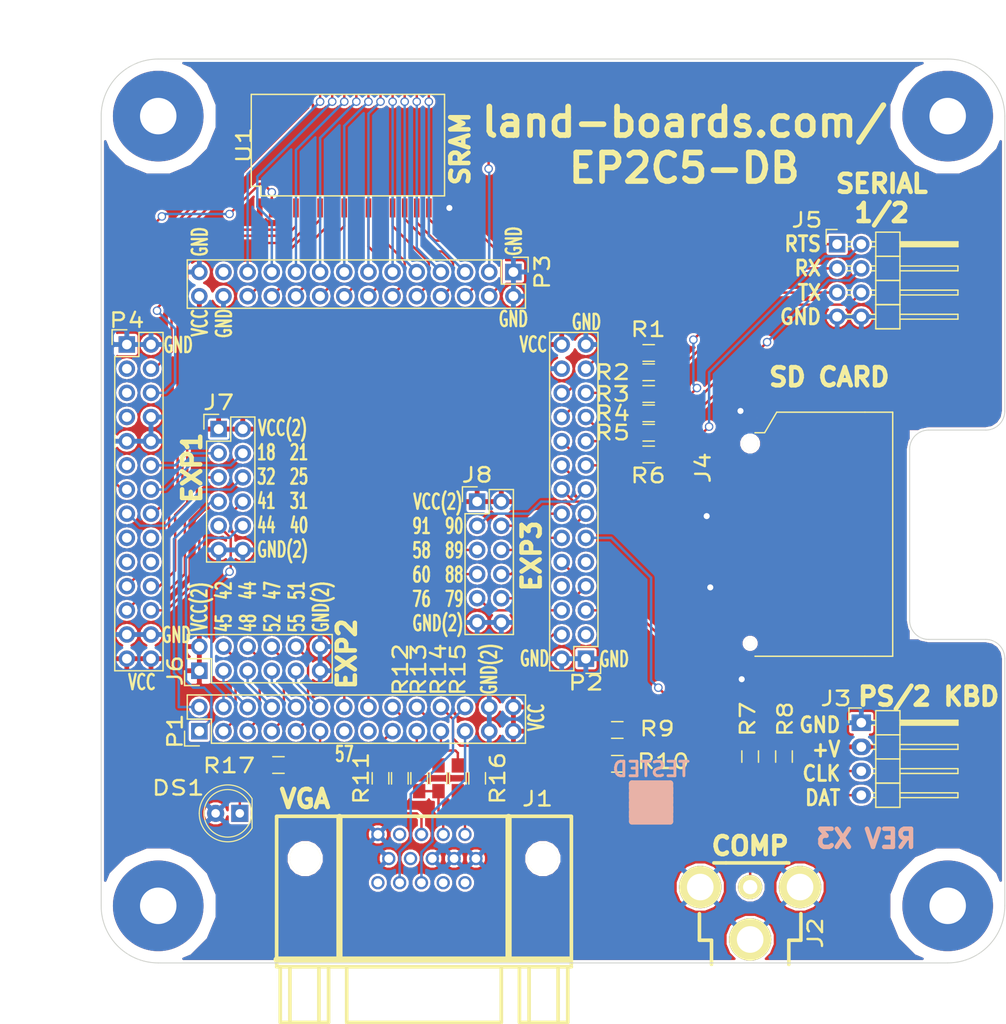
<source format=kicad_pcb>
(kicad_pcb (version 4) (host pcbnew 4.0.1-stable)
  (title_block (title EP2C5-DB) (date 2016-12-29) (rev X2) (company land-boards.com))
  (layers (0 F.Cu signal) (31 B.Cu signal) (36 B.SilkS user) (37 F.SilkS user) (38 B.Mask user) (39 F.Mask user) (44 Edge.Cuts user))
  (net 0 "")
  (net 1 GND)
  (net 2 VCC)
  (net 3 /P63)
  (net 4 /P64)
  (net 5 /P65)
  (net 6 /P67)
  (net 7 /P71)
  (net 8 /P72)
  (net 9 /P112)
  (net 10 /P113)
  (net 11 /P114)
  (net 12 /P115)
  (net 13 /P118)
  (net 14 /P119)
  (net 15 /P120)
  (net 16 /P121)
  (net 17 /P122)
  (net 18 /P125)
  (net 19 /P126)
  (net 20 /P129)
  (net 21 /P132)
  (net 22 /P133)
  (net 23 /P134)
  (net 24 /P135)
  (net 25 /P136)
  (net 26 /P137)
  (net 27 /P139)
  (net 28 /P141)
  (net 29 /P142)
  (net 30 /P143)
  (net 31 /P8)
  (net 32 /P24)
  (net 33 /P30)
  (net 34 /P28)
  (net 35 /P4)
  (net 36 /P86)
  (net 37 /P87)
  (net 38 /P96)
  (net 39 /P99)
  (net 40 /P100)
  (net 41 /P101)
  (net 42 /P103)
  (net 43 /P104)
  (net 44 /P74)
  (net 45 /P75)
  (net 46 /P97)
  (net 47 /P94)
  (net 48 /P40)
  (net 49 /P41)
  (net 50 /P42)
  (net 51 /P43)
  (net 52 /P44)
  (net 53 /P45)
  (net 54 /P47)
  (net 55 /P48)
  (net 56 /P69)
  (net 57 /P70)
  (net 58 /RTS1)
  (net 59 /RTS2)
  (net 60 /RX1)
  (net 61 /RX2)
  (net 62 /TX1)
  (net 63 /TX2)
  (net 64 "Net-(J1-Pad3)")
  (net 65 "Net-(J1-Pad2)")
  (net 66 "Net-(J1-Pad1)")
  (net 67 "Net-(J2-Pad4)")
  (net 68 /P52)
  (net 69 /P18)
  (net 70 /P22)
  (net 71 /P21)
  (net 72 /P25)
  (net 73 /P31)
  (net 74 /P76)
  (net 75 /P79)
  (net 76 /P88)
  (net 77 /P89)
  (net 78 /P90)
  (net 79 /P92)
  (net 80 /P93)
  (net 81 /P51)
  (net 82 /P53)
  (net 83 /P55)
  (net 84 /P58)
  (net 85 /P60)
  (net 86 /P32)
  (net 87 "Net-(DS1-Pad1)")
  (net 88 /P91)
  (module MTG-6-32 (layer F.Cu) (at 99 16 180)
    (fp_text reference MTG3 hide)
    (fp_text value MTG_HOLE hide)
    (pad 1 thru_hole circle (at 0 0 180) (size 9.525 9.525) (drill 3.8354) (layers *.Cu *.Mask) (clearance 1.27))
  )
  (module MTG-6-32 (layer F.Cu) (at 99 99 180)
    (fp_text reference MTG1 hide)
    (fp_text value MTG_HOLE hide)
    (pad 1 thru_hole circle (at 0 0 180) (size 9.525 9.525) (drill 3.8354) (layers *.Cu *.Mask) (clearance 1.27))
  )
  (module Pin_Headers:Pin_Header_Straight_2x14 (layer F.Cu) (at 20.32 80.645 90)
    (fp_text reference P1 (at 0 -2.54 90) (layer F.SilkS) (effects (font (size 1.524 1.905) (thickness 0.25))))
    (fp_text value CONN_02X14 hide)
    (pad 1 thru_hole rect (at 0 0 90) (size 1.7272 1.7272) (drill 1.016) (layers *.Cu *.Mask) (net 48 /P40))
    (pad 2 thru_hole oval (at 2.54 0 90) (size 1.7272 1.7272) (drill 1.016) (layers *.Cu *.Mask) (net 49 /P41))
    (pad 3 thru_hole oval (at 0 2.54 90) (size 1.7272 1.7272) (drill 1.016) (layers *.Cu *.Mask) (net 50 /P42))
    (pad 4 thru_hole oval (at 2.54 2.54 90) (size 1.7272 1.7272) (drill 1.016) (layers *.Cu *.Mask) (net 51 /P43))
    (pad 5 thru_hole oval (at 0 5.08 90) (size 1.7272 1.7272) (drill 1.016) (layers *.Cu *.Mask) (net 52 /P44))
    (pad 6 thru_hole oval (at 2.54 5.08 90) (size 1.7272 1.7272) (drill 1.016) (layers *.Cu *.Mask) (net 53 /P45))
    (pad 7 thru_hole oval (at 0 7.62 90) (size 1.7272 1.7272) (drill 1.016) (layers *.Cu *.Mask) (net 54 /P47))
    (pad 8 thru_hole oval (at 2.54 7.62 90) (size 1.7272 1.7272) (drill 1.016) (layers *.Cu *.Mask) (net 55 /P48))
    (pad 9 thru_hole oval (at 0 10.16 90) (size 1.7272 1.7272) (drill 1.016) (layers *.Cu *.Mask) (net 81 /P51))
    (pad 10 thru_hole oval (at 2.54 10.16 90) (size 1.7272 1.7272) (drill 1.016) (layers *.Cu *.Mask) (net 68 /P52))
    (pad 11 thru_hole oval (at 0 12.7 90) (size 1.7272 1.7272) (drill 1.016) (layers *.Cu *.Mask) (net 82 /P53))
    (pad 12 thru_hole oval (at 2.54 12.7 90) (size 1.7272 1.7272) (drill 1.016) (layers *.Cu *.Mask) (net 83 /P55))
    (pad 13 thru_hole oval (at 0 15.24 90) (size 1.7272 1.7272) (drill 1.016) (layers *.Cu *.Mask))
    (pad 14 thru_hole oval (at 2.54 15.24 90) (size 1.7272 1.7272) (drill 1.016) (layers *.Cu *.Mask) (net 84 /P58))
    (pad 15 thru_hole oval (at 0 17.78 90) (size 1.7272 1.7272) (drill 1.016) (layers *.Cu *.Mask))
    (pad 16 thru_hole oval (at 2.54 17.78 90) (size 1.7272 1.7272) (drill 1.016) (layers *.Cu *.Mask) (net 85 /P60))
    (pad 17 thru_hole oval (at 0 20.32 90) (size 1.7272 1.7272) (drill 1.016) (layers *.Cu *.Mask) (net 3 /P63))
    (pad 18 thru_hole oval (at 2.54 20.32 90) (size 1.7272 1.7272) (drill 1.016) (layers *.Cu *.Mask) (net 4 /P64))
    (pad 19 thru_hole oval (at 0 22.86 90) (size 1.7272 1.7272) (drill 1.016) (layers *.Cu *.Mask) (net 5 /P65))
    (pad 20 thru_hole oval (at 2.54 22.86 90) (size 1.7272 1.7272) (drill 1.016) (layers *.Cu *.Mask) (net 6 /P67))
    (pad 21 thru_hole oval (at 0 25.4 90) (size 1.7272 1.7272) (drill 1.016) (layers *.Cu *.Mask) (net 56 /P69))
    (pad 22 thru_hole oval (at 2.54 25.4 90) (size 1.7272 1.7272) (drill 1.016) (layers *.Cu *.Mask) (net 57 /P70))
    (pad 23 thru_hole oval (at 0 27.94 90) (size 1.7272 1.7272) (drill 1.016) (layers *.Cu *.Mask) (net 7 /P71))
    (pad 24 thru_hole oval (at 2.54 27.94 90) (size 1.7272 1.7272) (drill 1.016) (layers *.Cu *.Mask) (net 8 /P72))
    (pad 25 thru_hole oval (at 0 30.48 90) (size 1.7272 1.7272) (drill 1.016) (layers *.Cu *.Mask) (net 1 GND))
    (pad 26 thru_hole oval (at 2.54 30.48 90) (size 1.7272 1.7272) (drill 1.016) (layers *.Cu *.Mask) (net 1 GND))
    (pad 27 thru_hole oval (at 0 33.02 90) (size 1.7272 1.7272) (drill 1.016) (layers *.Cu *.Mask) (net 2 VCC))
    (pad 28 thru_hole oval (at 2.54 33.02 90) (size 1.7272 1.7272) (drill 1.016) (layers *.Cu *.Mask) (net 2 VCC))
  )
  (module Pin_Headers:Pin_Header_Straight_2x14 (layer F.Cu) (at 60.96 73.025 180)
    (fp_text reference P2 (at 0 -2.54 180) (layer F.SilkS) (effects (font (size 1.524 1.905) (thickness 0.25))))
    (fp_text value CONN_02X14 hide)
    (pad 1 thru_hole rect (at 0 0 180) (size 1.7272 1.7272) (drill 1.016) (layers *.Cu *.Mask) (net 1 GND))
    (pad 2 thru_hole oval (at 2.54 0 180) (size 1.7272 1.7272) (drill 1.016) (layers *.Cu *.Mask) (net 1 GND))
    (pad 3 thru_hole oval (at 0 2.54 180) (size 1.7272 1.7272) (drill 1.016) (layers *.Cu *.Mask))
    (pad 4 thru_hole oval (at 2.54 2.54 180) (size 1.7272 1.7272) (drill 1.016) (layers *.Cu *.Mask) (net 44 /P74))
    (pad 5 thru_hole oval (at 0 5.08 180) (size 1.7272 1.7272) (drill 1.016) (layers *.Cu *.Mask) (net 45 /P75))
    (pad 6 thru_hole oval (at 2.54 5.08 180) (size 1.7272 1.7272) (drill 1.016) (layers *.Cu *.Mask) (net 74 /P76))
    (pad 7 thru_hole oval (at 0 7.62 180) (size 1.7272 1.7272) (drill 1.016) (layers *.Cu *.Mask) (net 75 /P79))
    (pad 8 thru_hole oval (at 2.54 7.62 180) (size 1.7272 1.7272) (drill 1.016) (layers *.Cu *.Mask))
    (pad 9 thru_hole oval (at 0 10.16 180) (size 1.7272 1.7272) (drill 1.016) (layers *.Cu *.Mask))
    (pad 10 thru_hole oval (at 2.54 10.16 180) (size 1.7272 1.7272) (drill 1.016) (layers *.Cu *.Mask) (net 36 /P86))
    (pad 11 thru_hole oval (at 0 12.7 180) (size 1.7272 1.7272) (drill 1.016) (layers *.Cu *.Mask) (net 37 /P87))
    (pad 12 thru_hole oval (at 2.54 12.7 180) (size 1.7272 1.7272) (drill 1.016) (layers *.Cu *.Mask) (net 76 /P88))
    (pad 13 thru_hole oval (at 0 15.24 180) (size 1.7272 1.7272) (drill 1.016) (layers *.Cu *.Mask) (net 77 /P89))
    (pad 14 thru_hole oval (at 2.54 15.24 180) (size 1.7272 1.7272) (drill 1.016) (layers *.Cu *.Mask) (net 78 /P90))
    (pad 15 thru_hole oval (at 0 17.78 180) (size 1.7272 1.7272) (drill 1.016) (layers *.Cu *.Mask) (net 88 /P91))
    (pad 16 thru_hole oval (at 2.54 17.78 180) (size 1.7272 1.7272) (drill 1.016) (layers *.Cu *.Mask) (net 79 /P92))
    (pad 17 thru_hole oval (at 0 20.32 180) (size 1.7272 1.7272) (drill 1.016) (layers *.Cu *.Mask) (net 80 /P93))
    (pad 18 thru_hole oval (at 2.54 20.32 180) (size 1.7272 1.7272) (drill 1.016) (layers *.Cu *.Mask) (net 47 /P94))
    (pad 19 thru_hole oval (at 0 22.86 180) (size 1.7272 1.7272) (drill 1.016) (layers *.Cu *.Mask) (net 38 /P96))
    (pad 20 thru_hole oval (at 2.54 22.86 180) (size 1.7272 1.7272) (drill 1.016) (layers *.Cu *.Mask) (net 46 /P97))
    (pad 21 thru_hole oval (at 0 25.4 180) (size 1.7272 1.7272) (drill 1.016) (layers *.Cu *.Mask) (net 39 /P99))
    (pad 22 thru_hole oval (at 2.54 25.4 180) (size 1.7272 1.7272) (drill 1.016) (layers *.Cu *.Mask) (net 40 /P100))
    (pad 23 thru_hole oval (at 0 27.94 180) (size 1.7272 1.7272) (drill 1.016) (layers *.Cu *.Mask) (net 41 /P101))
    (pad 24 thru_hole oval (at 2.54 27.94 180) (size 1.7272 1.7272) (drill 1.016) (layers *.Cu *.Mask) (net 42 /P103))
    (pad 25 thru_hole oval (at 0 30.48 180) (size 1.7272 1.7272) (drill 1.016) (layers *.Cu *.Mask) (net 43 /P104))
    (pad 26 thru_hole oval (at 2.54 30.48 180) (size 1.7272 1.7272) (drill 1.016) (layers *.Cu *.Mask) (net 1 GND))
    (pad 27 thru_hole oval (at 0 33.02 180) (size 1.7272 1.7272) (drill 1.016) (layers *.Cu *.Mask) (net 1 GND))
    (pad 28 thru_hole oval (at 2.54 33.02 180) (size 1.7272 1.7272) (drill 1.016) (layers *.Cu *.Mask) (net 2 VCC))
  )
  (module Pin_Headers:Pin_Header_Straight_2x14 (layer F.Cu) (at 53.34 32.385 270)
    (fp_text reference P3 (at 0 -3.048 270) (layer F.SilkS) (effects (font (size 1.524 1.905) (thickness 0.25))))
    (fp_text value CONN_02X14 hide)
    (pad 1 thru_hole rect (at 0 0 270) (size 1.7272 1.7272) (drill 1.016) (layers *.Cu *.Mask) (net 1 GND))
    (pad 2 thru_hole oval (at 2.54 0 270) (size 1.7272 1.7272) (drill 1.016) (layers *.Cu *.Mask) (net 1 GND))
    (pad 3 thru_hole oval (at 0 2.54 270) (size 1.7272 1.7272) (drill 1.016) (layers *.Cu *.Mask) (net 9 /P112))
    (pad 4 thru_hole oval (at 2.54 2.54 270) (size 1.7272 1.7272) (drill 1.016) (layers *.Cu *.Mask) (net 10 /P113))
    (pad 5 thru_hole oval (at 0 5.08 270) (size 1.7272 1.7272) (drill 1.016) (layers *.Cu *.Mask) (net 11 /P114))
    (pad 6 thru_hole oval (at 2.54 5.08 270) (size 1.7272 1.7272) (drill 1.016) (layers *.Cu *.Mask) (net 12 /P115))
    (pad 7 thru_hole oval (at 0 7.62 270) (size 1.7272 1.7272) (drill 1.016) (layers *.Cu *.Mask) (net 13 /P118))
    (pad 8 thru_hole oval (at 2.54 7.62 270) (size 1.7272 1.7272) (drill 1.016) (layers *.Cu *.Mask) (net 14 /P119))
    (pad 9 thru_hole oval (at 0 10.16 270) (size 1.7272 1.7272) (drill 1.016) (layers *.Cu *.Mask) (net 15 /P120))
    (pad 10 thru_hole oval (at 2.54 10.16 270) (size 1.7272 1.7272) (drill 1.016) (layers *.Cu *.Mask) (net 16 /P121))
    (pad 11 thru_hole oval (at 0 12.7 270) (size 1.7272 1.7272) (drill 1.016) (layers *.Cu *.Mask) (net 17 /P122))
    (pad 12 thru_hole oval (at 2.54 12.7 270) (size 1.7272 1.7272) (drill 1.016) (layers *.Cu *.Mask) (net 18 /P125))
    (pad 13 thru_hole oval (at 0 15.24 270) (size 1.7272 1.7272) (drill 1.016) (layers *.Cu *.Mask) (net 19 /P126))
    (pad 14 thru_hole oval (at 2.54 15.24 270) (size 1.7272 1.7272) (drill 1.016) (layers *.Cu *.Mask) (net 20 /P129))
    (pad 15 thru_hole oval (at 0 17.78 270) (size 1.7272 1.7272) (drill 1.016) (layers *.Cu *.Mask) (net 21 /P132))
    (pad 16 thru_hole oval (at 2.54 17.78 270) (size 1.7272 1.7272) (drill 1.016) (layers *.Cu *.Mask) (net 22 /P133))
    (pad 17 thru_hole oval (at 0 20.32 270) (size 1.7272 1.7272) (drill 1.016) (layers *.Cu *.Mask) (net 23 /P134))
    (pad 18 thru_hole oval (at 2.54 20.32 270) (size 1.7272 1.7272) (drill 1.016) (layers *.Cu *.Mask) (net 24 /P135))
    (pad 19 thru_hole oval (at 0 22.86 270) (size 1.7272 1.7272) (drill 1.016) (layers *.Cu *.Mask) (net 25 /P136))
    (pad 20 thru_hole oval (at 2.54 22.86 270) (size 1.7272 1.7272) (drill 1.016) (layers *.Cu *.Mask) (net 26 /P137))
    (pad 21 thru_hole oval (at 0 25.4 270) (size 1.7272 1.7272) (drill 1.016) (layers *.Cu *.Mask) (net 27 /P139))
    (pad 22 thru_hole oval (at 2.54 25.4 270) (size 1.7272 1.7272) (drill 1.016) (layers *.Cu *.Mask) (net 28 /P141))
    (pad 23 thru_hole oval (at 0 27.94 270) (size 1.7272 1.7272) (drill 1.016) (layers *.Cu *.Mask) (net 29 /P142))
    (pad 24 thru_hole oval (at 2.54 27.94 270) (size 1.7272 1.7272) (drill 1.016) (layers *.Cu *.Mask) (net 30 /P143))
    (pad 25 thru_hole oval (at 0 30.48 270) (size 1.7272 1.7272) (drill 1.016) (layers *.Cu *.Mask))
    (pad 26 thru_hole oval (at 2.54 30.48 270) (size 1.7272 1.7272) (drill 1.016) (layers *.Cu *.Mask) (net 1 GND))
    (pad 27 thru_hole oval (at 0 33.02 270) (size 1.7272 1.7272) (drill 1.016) (layers *.Cu *.Mask) (net 1 GND))
    (pad 28 thru_hole oval (at 2.54 33.02 270) (size 1.7272 1.7272) (drill 1.016) (layers *.Cu *.Mask) (net 2 VCC))
  )
  (module Pin_Headers:Pin_Header_Straight_2x14 (layer F.Cu) (at 12.7 40.005)
    (fp_text reference P4 (at 0 -2.54) (layer F.SilkS) (effects (font (size 1.524 1.905) (thickness 0.25))))
    (fp_text value CONN_02X14 hide)
    (pad 1 thru_hole rect (at 0 0) (size 1.7272 1.7272) (drill 1.016) (layers *.Cu *.Mask) (net 1 GND))
    (pad 2 thru_hole oval (at 2.54 0) (size 1.7272 1.7272) (drill 1.016) (layers *.Cu *.Mask) (net 1 GND))
    (pad 3 thru_hole oval (at 0 2.54) (size 1.7272 1.7272) (drill 1.016) (layers *.Cu *.Mask))
    (pad 4 thru_hole oval (at 2.54 2.54) (size 1.7272 1.7272) (drill 1.016) (layers *.Cu *.Mask) (net 35 /P4))
    (pad 5 thru_hole oval (at 0 5.08) (size 1.7272 1.7272) (drill 1.016) (layers *.Cu *.Mask))
    (pad 6 thru_hole oval (at 2.54 5.08) (size 1.7272 1.7272) (drill 1.016) (layers *.Cu *.Mask) (net 31 /P8))
    (pad 7 thru_hole oval (at 0 7.62) (size 1.7272 1.7272) (drill 1.016) (layers *.Cu *.Mask))
    (pad 8 thru_hole oval (at 2.54 7.62) (size 1.7272 1.7272) (drill 1.016) (layers *.Cu *.Mask) (net 1 GND))
    (pad 9 thru_hole oval (at 0 10.16) (size 1.7272 1.7272) (drill 1.016) (layers *.Cu *.Mask) (net 1 GND))
    (pad 10 thru_hole oval (at 2.54 10.16) (size 1.7272 1.7272) (drill 1.016) (layers *.Cu *.Mask) (net 1 GND))
    (pad 11 thru_hole oval (at 0 12.7) (size 1.7272 1.7272) (drill 1.016) (layers *.Cu *.Mask))
    (pad 12 thru_hole oval (at 2.54 12.7) (size 1.7272 1.7272) (drill 1.016) (layers *.Cu *.Mask) (net 69 /P18))
    (pad 13 thru_hole oval (at 0 15.24) (size 1.7272 1.7272) (drill 1.016) (layers *.Cu *.Mask) (net 70 /P22))
    (pad 14 thru_hole oval (at 2.54 15.24) (size 1.7272 1.7272) (drill 1.016) (layers *.Cu *.Mask) (net 71 /P21))
    (pad 15 thru_hole oval (at 0 17.78) (size 1.7272 1.7272) (drill 1.016) (layers *.Cu *.Mask) (net 72 /P25))
    (pad 16 thru_hole oval (at 2.54 17.78) (size 1.7272 1.7272) (drill 1.016) (layers *.Cu *.Mask) (net 32 /P24))
    (pad 17 thru_hole oval (at 0 20.32) (size 1.7272 1.7272) (drill 1.016) (layers *.Cu *.Mask))
    (pad 18 thru_hole oval (at 2.54 20.32) (size 1.7272 1.7272) (drill 1.016) (layers *.Cu *.Mask))
    (pad 19 thru_hole oval (at 0 22.86) (size 1.7272 1.7272) (drill 1.016) (layers *.Cu *.Mask))
    (pad 20 thru_hole oval (at 2.54 22.86) (size 1.7272 1.7272) (drill 1.016) (layers *.Cu *.Mask))
    (pad 21 thru_hole oval (at 0 25.4) (size 1.7272 1.7272) (drill 1.016) (layers *.Cu *.Mask) (net 33 /P30))
    (pad 22 thru_hole oval (at 2.54 25.4) (size 1.7272 1.7272) (drill 1.016) (layers *.Cu *.Mask) (net 34 /P28))
    (pad 23 thru_hole oval (at 0 27.94) (size 1.7272 1.7272) (drill 1.016) (layers *.Cu *.Mask) (net 86 /P32))
    (pad 24 thru_hole oval (at 2.54 27.94) (size 1.7272 1.7272) (drill 1.016) (layers *.Cu *.Mask) (net 73 /P31))
    (pad 25 thru_hole oval (at 0 30.48) (size 1.7272 1.7272) (drill 1.016) (layers *.Cu *.Mask) (net 1 GND))
    (pad 26 thru_hole oval (at 2.54 30.48) (size 1.7272 1.7272) (drill 1.016) (layers *.Cu *.Mask) (net 1 GND))
    (pad 27 thru_hole oval (at 0 33.02) (size 1.7272 1.7272) (drill 1.016) (layers *.Cu *.Mask) (net 2 VCC))
    (pad 28 thru_hole oval (at 2.54 33.02) (size 1.7272 1.7272) (drill 1.016) (layers *.Cu *.Mask) (net 2 VCC))
  )
  (module DougsNewMods:RCA (layer F.Cu) (at 78.232 97.028 180)
    (fp_text reference J2 (at -6.858 -4.826 270) (layer F.SilkS) (effects (font (size 1.524 1.905) (thickness 0.25))))
    (fp_text value RCA-JACK hide)
    (pad 1 thru_hole circle (at 0 -5.5118 180) (size 4.445 4.445) (drill 2.794) (layers *.Cu *.Mask F.SilkS) (net 1 GND))
    (pad 2 thru_hole circle (at -5.2451 0 180) (size 4.445 4.445) (drill 2.794) (layers *.Cu *.Mask F.SilkS) (net 1 GND))
    (pad 3 thru_hole circle (at 5.2451 0 180) (size 4.445 4.445) (drill 2.794) (layers *.Cu *.Mask F.SilkS) (net 1 GND))
    (pad 4 thru_hole circle (at 0 0 180) (size 2.54 2.54) (drill 1.4986) (layers *.Cu *.Mask F.SilkS) (net 67 "Net-(J2-Pad4)"))
  )
  (module Pin_Headers:Pin_Header_Straight_2x06 (layer F.Cu) (at 20.32 74.295 90)
    (fp_text reference J6 (at 0 -2.54 90) (layer F.SilkS) (effects (font (size 1.524 1.905) (thickness 0.25))))
    (fp_text value CONN_02X06 hide)
    (pad 1 thru_hole rect (at 0 0 90) (size 1.7272 1.7272) (drill 1.016) (layers *.Cu *.Mask) (net 2 VCC))
    (pad 2 thru_hole oval (at 2.54 0 90) (size 1.7272 1.7272) (drill 1.016) (layers *.Cu *.Mask) (net 2 VCC))
    (pad 3 thru_hole oval (at 0 2.54 90) (size 1.7272 1.7272) (drill 1.016) (layers *.Cu *.Mask) (net 53 /P45))
    (pad 4 thru_hole oval (at 2.54 2.54 90) (size 1.7272 1.7272) (drill 1.016) (layers *.Cu *.Mask) (net 50 /P42))
    (pad 5 thru_hole oval (at 0 5.08 90) (size 1.7272 1.7272) (drill 1.016) (layers *.Cu *.Mask) (net 55 /P48))
    (pad 6 thru_hole oval (at 2.54 5.08 90) (size 1.7272 1.7272) (drill 1.016) (layers *.Cu *.Mask) (net 52 /P44))
    (pad 7 thru_hole oval (at 0 7.62 90) (size 1.7272 1.7272) (drill 1.016) (layers *.Cu *.Mask) (net 68 /P52))
    (pad 8 thru_hole oval (at 2.54 7.62 90) (size 1.7272 1.7272) (drill 1.016) (layers *.Cu *.Mask) (net 54 /P47))
    (pad 9 thru_hole oval (at 0 10.16 90) (size 1.7272 1.7272) (drill 1.016) (layers *.Cu *.Mask) (net 83 /P55))
    (pad 10 thru_hole oval (at 2.54 10.16 90) (size 1.7272 1.7272) (drill 1.016) (layers *.Cu *.Mask) (net 81 /P51))
    (pad 11 thru_hole oval (at 0 12.7 90) (size 1.7272 1.7272) (drill 1.016) (layers *.Cu *.Mask) (net 1 GND))
    (pad 12 thru_hole oval (at 2.54 12.7 90) (size 1.7272 1.7272) (drill 1.016) (layers *.Cu *.Mask) (net 1 GND))
  )
  (module Resistors_SMD:R_0805_HandSoldering (layer F.Cu) (at 47.498 85.598 270)
    (fp_text reference R15 (at -11.43 0 270) (layer F.SilkS) (effects (font (size 1.524 1.905) (thickness 0.25))))
    (fp_text value 470 hide)
    (pad 1 smd rect (at -1.35 0 270) (size 1.5 1.3) (layers F.Cu F.Mask) (net 56 /P69))
    (pad 2 smd rect (at 1.35 0 270) (size 1.5 1.3) (layers F.Cu F.Mask) (net 66 "Net-(J1-Pad1)"))
  )
  (module Resistors_SMD:R_0805_HandSoldering (layer F.Cu) (at 49.53 85.598 270)
    (fp_text reference R16 (at 0 -2.159 270) (layer F.SilkS) (effects (font (size 1.524 1.905) (thickness 0.25))))
    (fp_text value 680 hide)
    (pad 1 smd rect (at -1.35 0 270) (size 1.5 1.3) (layers F.Cu F.Mask) (net 57 /P70))
    (pad 2 smd rect (at 1.35 0 270) (size 1.5 1.3) (layers F.Cu F.Mask) (net 66 "Net-(J1-Pad1)"))
  )
  (module Resistors_SMD:R_0805_HandSoldering (layer F.Cu) (at 43.434 85.598 270)
    (fp_text reference R13 (at -11.43 0.0635 270) (layer F.SilkS) (effects (font (size 1.524 1.905) (thickness 0.25))))
    (fp_text value 470 hide)
    (pad 1 smd rect (at -1.35 0 270) (size 1.5 1.3) (layers F.Cu F.Mask) (net 5 /P65))
    (pad 2 smd rect (at 1.35 0 270) (size 1.5 1.3) (layers F.Cu F.Mask) (net 65 "Net-(J1-Pad2)"))
  )
  (module Resistors_SMD:R_0805_HandSoldering (layer F.Cu) (at 45.466 85.598 270)
    (fp_text reference R14 (at -11.43 0 270) (layer F.SilkS) (effects (font (size 1.524 1.905) (thickness 0.25))))
    (fp_text value 680 hide)
    (pad 1 smd rect (at -1.35 0 270) (size 1.5 1.3) (layers F.Cu F.Mask) (net 6 /P67))
    (pad 2 smd rect (at 1.35 0 270) (size 1.5 1.3) (layers F.Cu F.Mask) (net 65 "Net-(J1-Pad2)"))
  )
  (module Resistors_SMD:R_0805_HandSoldering (layer F.Cu) (at 41.402 85.598 270)
    (fp_text reference R12 (at -11.43 -0.0635 270) (layer F.SilkS) (effects (font (size 1.524 1.905) (thickness 0.25))))
    (fp_text value 680 hide)
    (pad 1 smd rect (at -1.35 0 270) (size 1.5 1.3) (layers F.Cu F.Mask) (net 4 /P64))
    (pad 2 smd rect (at 1.35 0 270) (size 1.5 1.3) (layers F.Cu F.Mask) (net 64 "Net-(J1-Pad3)"))
  )
  (module Resistors_SMD:R_0805_HandSoldering (layer F.Cu) (at 64.262 80.518)
    (fp_text reference R9 (at 4.191 -0.127) (layer F.SilkS) (effects (font (size 1.524 1.905) (thickness 0.25))))
    (fp_text value 470 hide)
    (pad 1 smd rect (at -1.35 0) (size 1.5 1.3) (layers F.Cu F.Mask) (net 45 /P75))
    (pad 2 smd rect (at 1.35 0) (size 1.5 1.3) (layers F.Cu F.Mask) (net 67 "Net-(J2-Pad4)"))
  )
  (module Resistors_SMD:R_0805_HandSoldering (layer F.Cu) (at 64.262 84.074)
    (fp_text reference R10 (at 4.826 -0.254) (layer F.SilkS) (effects (font (size 1.524 1.905) (thickness 0.25))))
    (fp_text value 1K hide)
    (pad 1 smd rect (at -1.35 0) (size 1.5 1.3) (layers F.Cu F.Mask) (net 44 /P74))
    (pad 2 smd rect (at 1.35 0) (size 1.5 1.3) (layers F.Cu F.Mask) (net 67 "Net-(J2-Pad4)"))
  )
  (module Resistors_SMD:R_0805_HandSoldering (layer F.Cu) (at 81.788 83.312 270)
    (fp_text reference R8 (at -3.937 -0.127 270) (layer F.SilkS) (effects (font (size 1.524 1.905) (thickness 0.25))))
    (fp_text value 10K hide)
    (pad 1 smd rect (at -1.35 0 270) (size 1.5 1.3) (layers F.Cu F.Mask) (net 2 VCC))
    (pad 2 smd rect (at 1.35 0 270) (size 1.5 1.3) (layers F.Cu F.Mask) (net 36 /P86))
  )
  (module Resistors_SMD:R_0805_HandSoldering (layer F.Cu) (at 78.232 83.312 270)
    (fp_text reference R7 (at -3.937 0.254 270) (layer F.SilkS) (effects (font (size 1.524 1.905) (thickness 0.25))))
    (fp_text value 10K hide)
    (pad 1 smd rect (at -1.35 0 270) (size 1.5 1.3) (layers F.Cu F.Mask) (net 2 VCC))
    (pad 2 smd rect (at 1.35 0 270) (size 1.5 1.3) (layers F.Cu F.Mask) (net 37 /P87))
  )
  (module Resistors_SMD:R_0805_HandSoldering (layer F.Cu) (at 67.564 40.894)
    (fp_text reference R1 (at -0.0635 -2.4765) (layer F.SilkS) (effects (font (size 1.524 1.905) (thickness 0.25))))
    (fp_text value 2.7K hide)
    (pad 1 smd rect (at -1.35 0) (size 1.5 1.3) (layers F.Cu F.Mask) (net 43 /P104))
    (pad 2 smd rect (at 1.35 0) (size 1.5 1.3) (layers F.Cu F.Mask) (net 58 /RTS1))
  )
  (module Resistors_SMD:R_0805_HandSoldering (layer F.Cu) (at 67.564 45.212)
    (fp_text reference R3 (at -3.81 0) (layer F.SilkS) (effects (font (size 1.524 1.905) (thickness 0.25))))
    (fp_text value 2.7K hide)
    (pad 1 smd rect (at -1.35 0) (size 1.5 1.3) (layers F.Cu F.Mask) (net 41 /P101))
    (pad 2 smd rect (at 1.35 0) (size 1.5 1.3) (layers F.Cu F.Mask) (net 60 /RX1))
  )
  (module Resistors_SMD:R_0805_HandSoldering (layer F.Cu) (at 67.564 42.926)
    (fp_text reference R2 (at -3.81 0) (layer F.SilkS) (effects (font (size 1.524 1.905) (thickness 0.25))))
    (fp_text value 2.7K hide)
    (pad 1 smd rect (at -1.35 0) (size 1.5 1.3) (layers F.Cu F.Mask) (net 42 /P103))
    (pad 2 smd rect (at 1.35 0) (size 1.5 1.3) (layers F.Cu F.Mask) (net 62 /TX1))
  )
  (module Resistors_SMD:R_0805_HandSoldering (layer F.Cu) (at 67.564 51.562 180)
    (fp_text reference R6 (at 0.0635 -2.2225 180) (layer F.SilkS) (effects (font (size 1.524 1.905) (thickness 0.25))))
    (fp_text value 2.7K hide)
    (pad 1 smd rect (at -1.35 0 180) (size 1.5 1.3) (layers F.Cu F.Mask) (net 59 /RTS2))
    (pad 2 smd rect (at 1.35 0 180) (size 1.5 1.3) (layers F.Cu F.Mask) (net 38 /P96))
  )
  (module Resistors_SMD:R_0805_HandSoldering (layer F.Cu) (at 67.564 49.276 180)
    (fp_text reference R5 (at 3.81 0 180) (layer F.SilkS) (effects (font (size 1.524 1.905) (thickness 0.25))))
    (fp_text value 2.7K hide)
    (pad 1 smd rect (at -1.35 0 180) (size 1.5 1.3) (layers F.Cu F.Mask) (net 61 /RX2))
    (pad 2 smd rect (at 1.35 0 180) (size 1.5 1.3) (layers F.Cu F.Mask) (net 39 /P99))
  )
  (module Resistors_SMD:R_0805_HandSoldering (layer F.Cu) (at 67.564 47.244 180)
    (fp_text reference R4 (at 3.81 0 180) (layer F.SilkS) (effects (font (size 1.524 1.905) (thickness 0.25))))
    (fp_text value 2.7K hide)
    (pad 1 smd rect (at -1.35 0 180) (size 1.5 1.3) (layers F.Cu F.Mask) (net 63 /TX2))
    (pad 2 smd rect (at 1.35 0 180) (size 1.5 1.3) (layers F.Cu F.Mask) (net 40 /P100))
  )
  (module Pin_Headers:Pin_Header_Angled_1x04 (layer F.Cu) (at 89.916 79.756)
    (fp_text reference J3 (at -2.667 -2.54) (layer F.SilkS) (effects (font (size 1.524 1.905) (thickness 0.25))))
    (fp_text value CONN_01X04 hide)
    (pad 1 thru_hole rect (at 0 0) (size 2.032 1.7272) (drill 1.016) (layers *.Cu *.Mask) (net 1 GND))
    (pad 2 thru_hole oval (at 0 2.54) (size 2.032 1.7272) (drill 1.016) (layers *.Cu *.Mask) (net 2 VCC))
    (pad 3 thru_hole oval (at 0 5.08) (size 2.032 1.7272) (drill 1.016) (layers *.Cu *.Mask) (net 36 /P86))
    (pad 4 thru_hole oval (at 0 7.62) (size 2.032 1.7272) (drill 1.016) (layers *.Cu *.Mask) (net 37 /P87))
  )
  (module Pin_Headers:Pin_Header_Angled_2x04 (layer F.Cu) (at 87.376 29.464)
    (fp_text reference J5 (at -3.175 -2.54) (layer F.SilkS) (effects (font (size 1.524 1.905) (thickness 0.25))))
    (fp_text value CONN_02X04 hide)
    (pad 1 thru_hole rect (at 0 0) (size 1.7272 1.7272) (drill 1.016) (layers *.Cu *.Mask) (net 58 /RTS1))
    (pad 2 thru_hole oval (at 2.54 0) (size 1.7272 1.7272) (drill 1.016) (layers *.Cu *.Mask) (net 59 /RTS2))
    (pad 3 thru_hole oval (at 0 2.54) (size 1.7272 1.7272) (drill 1.016) (layers *.Cu *.Mask) (net 60 /RX1))
    (pad 4 thru_hole oval (at 2.54 2.54) (size 1.7272 1.7272) (drill 1.016) (layers *.Cu *.Mask) (net 61 /RX2))
    (pad 5 thru_hole oval (at 0 5.08) (size 1.7272 1.7272) (drill 1.016) (layers *.Cu *.Mask) (net 62 /TX1))
    (pad 6 thru_hole oval (at 2.54 5.08) (size 1.7272 1.7272) (drill 1.016) (layers *.Cu *.Mask) (net 63 /TX2))
    (pad 7 thru_hole oval (at 0 7.62) (size 1.7272 1.7272) (drill 1.016) (layers *.Cu *.Mask) (net 1 GND))
    (pad 8 thru_hole oval (at 2.54 7.62) (size 1.7272 1.7272) (drill 1.016) (layers *.Cu *.Mask) (net 1 GND))
  )
  (module MTG-6-32 (layer F.Cu) (at 16 99)
    (fp_text reference MTG2 hide)
    (fp_text value MTG_HOLE hide)
    (pad 1 thru_hole circle (at 0 0) (size 9.525 9.525) (drill 3.8354) (layers *.Cu *.Mask) (clearance 1.27))
  )
  (module Resistors_SMD:R_0805_HandSoldering (layer F.Cu) (at 39.37 85.598 270)
    (fp_text reference R11 (at 0 2.032 270) (layer F.SilkS) (effects (font (size 1.524 1.905) (thickness 0.25))))
    (fp_text value 470 hide)
    (pad 1 smd rect (at -1.35 0 270) (size 1.5 1.3) (layers F.Cu F.Mask) (net 3 /P63))
    (pad 2 smd rect (at 1.35 0 270) (size 1.5 1.3) (layers F.Cu F.Mask) (net 64 "Net-(J1-Pad3)"))
  )
  (module Pin_Headers:Pin_Header_Straight_2x06 (layer F.Cu) (at 22.352 48.895)
    (fp_text reference J7 (at 0 -2.794) (layer F.SilkS) (effects (font (size 1.524 1.905) (thickness 0.25))))
    (fp_text value CONN_02X06 hide)
    (pad 1 thru_hole rect (at 0 0) (size 1.7272 1.7272) (drill 1.016) (layers *.Cu *.Mask) (net 2 VCC))
    (pad 2 thru_hole oval (at 2.54 0) (size 1.7272 1.7272) (drill 1.016) (layers *.Cu *.Mask) (net 2 VCC))
    (pad 3 thru_hole oval (at 0 2.54) (size 1.7272 1.7272) (drill 1.016) (layers *.Cu *.Mask) (net 69 /P18))
    (pad 4 thru_hole oval (at 2.54 2.54) (size 1.7272 1.7272) (drill 1.016) (layers *.Cu *.Mask) (net 71 /P21))
    (pad 5 thru_hole oval (at 0 5.08) (size 1.7272 1.7272) (drill 1.016) (layers *.Cu *.Mask) (net 86 /P32))
    (pad 6 thru_hole oval (at 2.54 5.08) (size 1.7272 1.7272) (drill 1.016) (layers *.Cu *.Mask) (net 72 /P25))
    (pad 7 thru_hole oval (at 0 7.62) (size 1.7272 1.7272) (drill 1.016) (layers *.Cu *.Mask) (net 49 /P41))
    (pad 8 thru_hole oval (at 2.54 7.62) (size 1.7272 1.7272) (drill 1.016) (layers *.Cu *.Mask) (net 73 /P31))
    (pad 9 thru_hole oval (at 0 10.16) (size 1.7272 1.7272) (drill 1.016) (layers *.Cu *.Mask) (net 51 /P43))
    (pad 10 thru_hole oval (at 2.54 10.16) (size 1.7272 1.7272) (drill 1.016) (layers *.Cu *.Mask) (net 48 /P40))
    (pad 11 thru_hole oval (at 0 12.7) (size 1.7272 1.7272) (drill 1.016) (layers *.Cu *.Mask) (net 1 GND))
    (pad 12 thru_hole oval (at 2.54 12.7) (size 1.7272 1.7272) (drill 1.016) (layers *.Cu *.Mask) (net 1 GND))
  )
  (module Pin_Headers:Pin_Header_Straight_2x06 (layer F.Cu) (at 49.53 56.515)
    (fp_text reference J8 (at 0 -2.794) (layer F.SilkS) (effects (font (size 1.524 1.905) (thickness 0.25))))
    (fp_text value CONN_02X06 hide)
    (pad 1 thru_hole rect (at 0 0) (size 1.7272 1.7272) (drill 1.016) (layers *.Cu *.Mask) (net 2 VCC))
    (pad 2 thru_hole oval (at 2.54 0) (size 1.7272 1.7272) (drill 1.016) (layers *.Cu *.Mask) (net 2 VCC))
    (pad 3 thru_hole oval (at 0 2.54) (size 1.7272 1.7272) (drill 1.016) (layers *.Cu *.Mask) (net 88 /P91))
    (pad 4 thru_hole oval (at 2.54 2.54) (size 1.7272 1.7272) (drill 1.016) (layers *.Cu *.Mask) (net 78 /P90))
    (pad 5 thru_hole oval (at 0 5.08) (size 1.7272 1.7272) (drill 1.016) (layers *.Cu *.Mask) (net 84 /P58))
    (pad 6 thru_hole oval (at 2.54 5.08) (size 1.7272 1.7272) (drill 1.016) (layers *.Cu *.Mask) (net 77 /P89))
    (pad 7 thru_hole oval (at 0 7.62) (size 1.7272 1.7272) (drill 1.016) (layers *.Cu *.Mask) (net 85 /P60))
    (pad 8 thru_hole oval (at 2.54 7.62) (size 1.7272 1.7272) (drill 1.016) (layers *.Cu *.Mask) (net 76 /P88))
    (pad 9 thru_hole oval (at 0 10.16) (size 1.7272 1.7272) (drill 1.016) (layers *.Cu *.Mask) (net 74 /P76))
    (pad 10 thru_hole oval (at 2.54 10.16) (size 1.7272 1.7272) (drill 1.016) (layers *.Cu *.Mask) (net 75 /P79))
    (pad 11 thru_hole oval (at 0 12.7) (size 1.7272 1.7272) (drill 1.016) (layers *.Cu *.Mask) (net 1 GND))
    (pad 12 thru_hole oval (at 2.54 12.7) (size 1.7272 1.7272) (drill 1.016) (layers *.Cu *.Mask) (net 1 GND))
  )
  (module LandBoards_Conns:DB_15F-VGA-fixed (layer F.Cu) (at 43.942 98.044)
    (fp_text reference J1 (at 11.938 -10.287) (layer F.SilkS) (effects (font (size 1.524 1.905) (thickness 0.25))))
    (fp_text value VGA (at -12.5095 -10.287) (layer F.SilkS) (effects (font (size 1.905 1.905) (thickness 0.47625))))
    (pad "" np_thru_hole circle (at 12.49426 -4.01066) (size 3.2 3.2) (drill 3.2) (layers *.Cu *.Mask F.SilkS))
    (pad 3 thru_hole circle (at -0.2667 -6.55066) (size 1.397 1.397) (drill 0.889) (layers *.Cu *.Mask) (net 64 "Net-(J1-Pad3)"))
    (pad 2 thru_hole circle (at 2.0193 -6.55066) (size 1.397 1.397) (drill 0.9144) (layers *.Cu *.Mask) (net 65 "Net-(J1-Pad2)"))
    (pad 1 thru_hole circle (at 4.31038 -6.55066) (size 1.397 1.397) (drill 0.9144) (layers *.Cu *.Mask) (net 66 "Net-(J1-Pad1)"))
    (pad 4 thru_hole circle (at -2.56032 -6.55066) (size 1.397 1.397) (drill 0.9144) (layers *.Cu *.Mask))
    (pad 5 thru_hole circle (at -4.84886 -6.55066) (size 1.397 1.397) (drill 0.9144) (layers *.Cu *.Mask) (net 1 GND))
    (pad 9 thru_hole circle (at -1.41478 -4.01066) (size 1.397 1.397) (drill 0.9144) (layers *.Cu *.Mask))
    (pad 8 thru_hole circle (at 0.87376 -4.01066) (size 1.397 1.397) (drill 0.9144) (layers *.Cu *.Mask) (net 1 GND))
    (pad 7 thru_hole circle (at 3.16484 -4.01066) (size 1.397 1.397) (drill 0.9144) (layers *.Cu *.Mask) (net 1 GND))
    (pad 6 thru_hole circle (at 5.45592 -4.01066) (size 1.397 1.397) (drill 0.9144) (layers *.Cu *.Mask) (net 1 GND))
    (pad "" np_thru_hole circle (at -12.49426 -4.01066) (size 3.2 3.2) (drill 3.2) (layers *.Cu *.Mask F.SilkS))
    (pad 10 thru_hole circle (at -3.70586 -4.01066) (size 1.397 1.397) (drill 0.9144) (layers *.Cu *.Mask) (net 1 GND))
    (pad 11 thru_hole circle (at 4.31038 -1.47066) (size 1.397 1.397) (drill 0.9144) (layers *.Cu *.Mask))
    (pad 12 thru_hole circle (at 2.0193 -1.47066) (size 1.397 1.397) (drill 0.9144) (layers *.Cu *.Mask))
    (pad 13 thru_hole circle (at -0.26924 -1.4732) (size 1.397 1.397) (drill 0.9144) (layers *.Cu *.Mask) (net 7 /P71))
    (pad 14 thru_hole circle (at -2.56032 -1.47066) (size 1.397 1.397) (drill 0.9144) (layers *.Cu *.Mask) (net 8 /P72))
    (pad 15 thru_hole circle (at -4.84886 -1.47066) (size 1.397 1.397) (drill 0.9144) (layers *.Cu *.Mask))
  )
  (module MTG-6-32 (layer F.Cu) (at 16 16)
    (fp_text reference MTG4 hide)
    (fp_text value MTG_HOLE hide)
    (pad 1 thru_hole circle (at 0 0) (size 9.525 9.525) (drill 3.8354) (layers *.Cu *.Mask) (clearance 1.27))
  )
  (module LandBoards_SMD_Packages:SOP32 (layer F.Cu) (at 36.195 19.05 90)
    (fp_text reference U1 (at 0 -11.176 90) (layer F.SilkS) (effects (font (size 1.524 1.905) (thickness 0.25))))
    (fp_text value AS6C1008 hide)
    (pad 1 smd rect (at -6.6 -9.525 90) (size 2 0.6) (layers F.Cu F.Mask))
    (pad 2 smd rect (at -6.6 -8.255 90) (size 2 0.6) (layers F.Cu F.Mask) (net 70 /P22))
    (pad 3 smd rect (at -6.6 -6.985 90) (size 2 0.6) (layers F.Cu F.Mask) (net 33 /P30))
    (pad 4 smd rect (at -6.6 -5.715 90) (size 2 0.6) (layers F.Cu F.Mask) (net 34 /P28))
    (pad 5 smd rect (at -6.6 -4.445 90) (size 2 0.6) (layers F.Cu F.Mask) (net 30 /P143))
    (pad 6 smd rect (at -6.6 -3.175 90) (size 2 0.6) (layers F.Cu F.Mask) (net 28 /P141))
    (pad 7 smd rect (at -6.6 -1.905 90) (size 2 0.6) (layers F.Cu F.Mask) (net 26 /P137))
    (pad 8 smd rect (at -6.6 -0.635 90) (size 2 0.6) (layers F.Cu F.Mask) (net 24 /P135))
    (pad 9 smd rect (at -6.6 0.635 90) (size 2 0.6) (layers F.Cu F.Mask) (net 22 /P133))
    (pad 10 smd rect (at -6.6 1.905 90) (size 2 0.6) (layers F.Cu F.Mask) (net 20 /P129))
    (pad 11 smd rect (at -6.6 3.175 90) (size 2 0.6) (layers F.Cu F.Mask) (net 18 /P125))
    (pad 12 smd rect (at -6.6 4.445 90) (size 2 0.6) (layers F.Cu F.Mask) (net 16 /P121))
    (pad 13 smd rect (at -6.6 5.715 90) (size 2 0.6) (layers F.Cu F.Mask) (net 14 /P119))
    (pad 14 smd rect (at -6.6 6.985 90) (size 2 0.6) (layers F.Cu F.Mask) (net 12 /P115))
    (pad 15 smd rect (at -6.6 8.255 90) (size 2 0.6) (layers F.Cu F.Mask) (net 10 /P113))
    (pad 16 smd rect (at -6.6 9.525 90) (size 2 0.6) (layers F.Cu F.Mask) (net 1 GND))
    (pad 17 smd rect (at 6.6 9.525 90) (size 2 0.6) (layers F.Cu F.Mask) (net 9 /P112))
    (pad 18 smd rect (at 6.6 8.255 90) (size 2 0.6) (layers F.Cu F.Mask) (net 11 /P114))
    (pad 19 smd rect (at 6.6 6.985 90) (size 2 0.6) (layers F.Cu F.Mask) (net 13 /P118))
    (pad 20 smd rect (at 6.6 5.715 90) (size 2 0.6) (layers F.Cu F.Mask) (net 15 /P120))
    (pad 21 smd rect (at 6.6 4.445 90) (size 2 0.6) (layers F.Cu F.Mask) (net 17 /P122))
    (pad 22 smd rect (at 6.6 3.175 90) (size 2 0.6) (layers F.Cu F.Mask) (net 19 /P126))
    (pad 23 smd rect (at 6.6 1.905 90) (size 2 0.6) (layers F.Cu F.Mask) (net 21 /P132))
    (pad 24 smd rect (at 6.6 0.635 90) (size 2 0.6) (layers F.Cu F.Mask) (net 23 /P134))
    (pad 25 smd rect (at 6.6 -0.635 90) (size 2 0.6) (layers F.Cu F.Mask) (net 25 /P136))
    (pad 26 smd rect (at 6.6 -1.905 90) (size 2 0.6) (layers F.Cu F.Mask) (net 27 /P139))
    (pad 27 smd rect (at 6.6 -3.175 90) (size 2 0.6) (layers F.Cu F.Mask) (net 29 /P142))
    (pad 28 smd rect (at 6.6 -4.445 90) (size 2 0.6) (layers F.Cu F.Mask) (net 32 /P24))
    (pad 29 smd rect (at 6.6 -5.715 90) (size 2 0.6) (layers F.Cu F.Mask) (net 35 /P4))
    (pad 30 smd rect (at 6.6 -6.985 90) (size 2 0.6) (layers F.Cu F.Mask) (net 2 VCC))
    (pad 31 smd rect (at 6.6 -8.255 90) (size 2 0.6) (layers F.Cu F.Mask) (net 31 /P8))
    (pad 32 smd rect (at 6.6 -9.525 90) (size 2 0.6) (layers F.Cu F.Mask) (net 2 VCC))
  )
  (module LandBoards_Conns:SD_CARD (layer F.Cu) (at 78.232 65.532 90)
    (fp_text reference J4 (at 12.573 -4.953 90) (layer F.SilkS) (effects (font (size 1.524 1.905) (thickness 0.25))))
    (fp_text value SD_Card hide)
    (pad 11 smd rect (at -6.6 -2.8 90) (size 0.7 1.5) (layers F.Cu F.Mask))
    (pad 10 smd rect (at -5.46 -2.8 90) (size 0.7 1.5) (layers F.Cu F.Mask))
    (pad "" np_thru_hole circle (at 15.12 0 90) (size 1.6 1.6) (drill 1.6) (layers *.Cu *.Mask F.SilkS))
    (pad 2 smd rect (at 10 -2.8 90) (size 1 1.5) (layers F.Cu F.Mask) (net 80 /P93))
    (pad 1 smd rect (at 12.5 -2.8 90) (size 1 1.5) (layers F.Cu F.Mask) (net 46 /P97))
    (pad 3 smd rect (at 7.5 -2.8 90) (size 1 1.5) (layers F.Cu F.Mask) (net 1 GND))
    (pad 4 smd rect (at 5 -2.8 90) (size 1 1.5) (layers F.Cu F.Mask) (net 2 VCC))
    (pad 5 smd rect (at 2.5 -2.8 90) (size 1 1.5) (layers F.Cu F.Mask) (net 47 /P94))
    (pad 6 smd rect (at 0 -2.8 90) (size 1 1.5) (layers F.Cu F.Mask) (net 1 GND))
    (pad 7 smd rect (at -2.42 -2.8 90) (size 1 1.5) (layers F.Cu F.Mask) (net 79 /P92))
    (pad 8 smd rect (at -4.12 -2.8 90) (size 1 1.5) (layers F.Cu F.Mask))
    (pad 9 smd rect (at 15 -2.8 90) (size 1 1.5) (layers F.Cu F.Mask))
    (pad 12 smd rect (at 17.07 -1 90) (size 1.5 2.8) (layers F.Cu F.Mask) (net 1 GND))
    (pad 13 smd rect (at -8.03 -1 90) (size 1.5 2.8) (layers F.Cu F.Mask) (net 1 GND))
    (pad 14 smd rect (at -8.03 13.5 90) (size 1.5 2.8) (layers F.Cu F.Mask))
    (pad 15 smd rect (at 19.27 13.5 90) (size 1.5 2.8) (layers F.Cu F.Mask))
    (pad "" np_thru_hole circle (at -5.88 0 90) (size 1.1 1.1) (drill 1.1) (layers *.Cu *.Mask F.SilkS))
  )
  (module LEDs:LED_D5.0mm (layer F.Cu) (at 24.5745 89.281 180)
    (fp_text reference DS1 (at 6.477 2.667 180) (layer F.SilkS) (effects (font (size 1.524 1.905) (thickness 0.25))))
    (fp_text value LED hide)
    (pad 1 thru_hole rect (at 0 0 180) (size 1.8 1.8) (drill 0.9) (layers *.Cu *.Mask) (net 87 "Net-(DS1-Pad1)"))
    (pad 2 thru_hole circle (at 2.54 0 180) (size 1.8 1.8) (drill 0.9) (layers *.Cu *.Mask) (net 1 GND))
  )
  (module Resistors_SMD:R_0805_HandSoldering (layer F.Cu) (at 28.6385 84.201 180)
    (fp_text reference R17 (at 5.207 -0.0635 180) (layer F.SilkS) (effects (font (size 1.524 1.905) (thickness 0.25))))
    (fp_text value 220 hide)
    (pad 1 smd rect (at -1.35 0 180) (size 1.5 1.3) (layers F.Cu F.Mask) (net 82 /P53))
    (pad 2 smd rect (at 1.35 0 180) (size 1.5 1.3) (layers F.Cu F.Mask) (net 87 "Net-(DS1-Pad1)"))
  )
  (module LandBoards_Marking:TEST_BLK-REAR (layer F.Cu) (at 67.818 88.138)
    (fp_text reference TESTED (at 0 -3.5) (layer B.SilkS) (effects (font (thickness 0.3048)) (justify mirror)))
    (fp_text value TESTED_COUPON hide)
  )
  (gr_text VCC (at 14.2875 75.5015) (layer F.SilkS) (effects (font (size 1.5875 1) (thickness 0.25))))
  (gr_text GND (at 17.907 70.5485) (layer F.SilkS) (effects (font (size 1.5875 1) (thickness 0.25))))
  (gr_text GND (at 18.0975 40.0685) (layer F.SilkS) (effects (font (size 1.5875 1) (thickness 0.25))))
  (gr_text VCC (at 20.3835 37.719 90) (layer F.SilkS) (effects (font (size 1.5875 1) (thickness 0.25))))
  (gr_text GND (at 20.3835 29.21 90) (layer F.SilkS) (effects (font (size 1.5875 1) (thickness 0.25))))
  (gr_text GND (at 22.9235 37.7825 90) (layer F.SilkS) (effects (font (size 1.5875 1) (thickness 0.25))))
  (gr_text GND (at 53.34 37.338) (layer F.SilkS) (effects (font (size 1.5875 1) (thickness 0.25))))
  (gr_text GND (at 53.4035 29.1465 90) (layer F.SilkS) (effects (font (size 1.5875 1) (thickness 0.25))))
  (gr_text GND (at 61.0235 37.6555) (layer F.SilkS) (effects (font (size 1.5875 1) (thickness 0.25))))
  (gr_text VCC (at 55.4355 40.005) (layer F.SilkS) (effects (font (size 1.5875 1) (thickness 0.25))))
  (gr_text GND (at 63.9445 73.0885) (layer F.SilkS) (effects (font (size 1.5875 1) (thickness 0.25))))
  (gr_text GND (at 55.5625 73.025) (layer F.SilkS) (effects (font (size 1.5875 1) (thickness 0.25))))
  (gr_text VCC (at 55.753 79.1845 90) (layer F.SilkS) (effects (font (size 1.5875 1) (thickness 0.25))))
  (gr_text "GND(2)" (at 50.8 74.1045 90) (layer F.SilkS) (effects (font (size 1.5875 1) (thickness 0.25))))
  (gr_text 57 (at 35.56 83.058) (layer F.SilkS) (effects (font (size 1.5875 1) (thickness 0.25))))
  (gr_text "REV X3" (at 90.424 91.948) (layer B.SilkS) (effects (font (size 1.905 1.905) (thickness 0.47625)) (justify mirror)))
  (gr_text "VCC(2)\n91  90\n58  89\n60  88\n76  79\nGND(2)" (at 45.4025 62.9285) (layer F.SilkS) (effects (font (size 1.5875 1) (thickness 0.25))))
  (gr_text EXP3 (at 55.245 62.23 90) (layer F.SilkS) (effects (font (size 1.905 1.905) (thickness 0.47625))))
  (gr_text EXP1 (at 19.558 52.959 90) (layer F.SilkS) (effects (font (size 1.905 1.905) (thickness 0.47625))))
  (gr_text "VCC(2)\n18  21\n32  25\n41  31\n44  40\nGND(2)" (at 29.083 55.1815) (layer F.SilkS) (effects (font (size 1.5875 1) (thickness 0.25))))
  (gr_text "VCC(2)\n45  42\n48  44\n52  47\n55  51\nGND(2)" (at 26.7335 67.564 90) (layer F.SilkS) (effects (font (size 1.5875 1) (thickness 0.25))))
  (gr_line (start 97 49) (end 103 49) (angle 90) (layer Edge.Cuts) (width 0.1))
  (gr_line (start 103 71) (end 97 71) (angle 90) (layer Edge.Cuts) (width 0.1))
  (gr_line (start 105 73) (end 105 99) (angle 90) (layer Edge.Cuts) (width 0.1))
  (gr_line (start 105 47) (end 105 16) (angle 90) (layer Edge.Cuts) (width 0.1))
  (gr_arc (start 97 69) (end 97 71) (angle 90) (layer Edge.Cuts) (width 0.1))
  (gr_arc (start 97 51) (end 95 51) (angle 90) (layer Edge.Cuts) (width 0.1))
  (gr_line (start 95 51) (end 95 69) (angle 90) (layer Edge.Cuts) (width 0.1))
  (gr_arc (start 103 47) (end 105 47) (angle 90) (layer Edge.Cuts) (width 0.1))
  (gr_arc (start 103 73) (end 103 71) (angle 90) (layer Edge.Cuts) (width 0.1))
  (gr_line (start 16 105) (end 99 105) (angle 90) (layer Edge.Cuts) (width 0.1))
  (gr_line (start 99 10) (end 16 10) (angle 90) (layer Edge.Cuts) (width 0.1))
  (gr_text "SD CARD" (at 86.5505 43.434) (layer F.SilkS) (effects (font (size 1.905 1.905) (thickness 0.47625))))
  (gr_text "RTS\nRX\nTX\nGND" (at 85.852 33.274) (layer F.SilkS) (effects (font (size 1.5875 1.397) (thickness 0.3)) (justify right)))
  (gr_text EXP2 (at 35.814 72.517 90) (layer F.SilkS) (effects (font (size 1.905 1.905) (thickness 0.47625))))
  (gr_text "GND\n+V\nCLK\nDAT" (at 87.884 83.82) (layer F.SilkS) (effects (font (size 1.5875 1.397) (thickness 0.3)) (justify right)))
  (gr_text COMP (at 78.232 92.71) (layer F.SilkS) (effects (font (size 1.905 1.905) (thickness 0.47625))))
  (gr_text SRAM (at 47.752 19.431 90) (layer F.SilkS) (effects (font (size 1.905 1.905) (thickness 0.47625))))
  (gr_text "PS/2 KBD" (at 97 77) (layer F.SilkS) (effects (font (size 1.905 1.905) (thickness 0.47625))))
  (gr_text "SERIAL\n1/2" (at 92.075 24.638) (layer F.SilkS) (effects (font (size 1.905 1.905) (thickness 0.47625))))
  (gr_line (start 10 99) (end 10 16) (angle 90) (layer Edge.Cuts) (width 0.1))
  (gr_arc (start 16 99) (end 16 105) (angle 90) (layer Edge.Cuts) (width 0.1))
  (gr_arc (start 99 99) (end 105 99) (angle 90) (layer Edge.Cuts) (width 0.1))
  (gr_arc (start 99 16) (end 99 10) (angle 90) (layer Edge.Cuts) (width 0.1))
  (gr_arc (start 16 16) (end 10 16) (angle 90) (layer Edge.Cuts) (width 0.1))
  (gr_text "land-boards.com/\nEP2C5-DB" (at 71.3105 19.05) (layer F.SilkS) (effects (font (size 3 3) (thickness 0.6))))
  (segment (start 45.72 25.65) (end 46.605 25.65) (width 0.254) (layer F.Cu) (net 1))
  (via (at 46.609 25.654) (size 0.889) (layers F.Cu B.Cu) (net 1))
  (segment (start 46.605 25.65) (end 46.609 25.654) (width 0.254) (layer F.Cu) (net 1))
  (segment (start 75.432 65.532) (end 74.041 65.532) (width 0.254) (layer F.Cu) (net 1))
  (via (at 74.041 65.532) (size 0.889) (layers F.Cu B.Cu) (net 1))
  (segment (start 75.432 58.032) (end 73.667 58.032) (width 0.254) (layer F.Cu) (net 1))
  (via (at 73.66 58.039) (size 0.889) (layers F.Cu B.Cu) (net 1))
  (segment (start 73.667 58.032) (end 73.66 58.039) (width 0.254) (layer F.Cu) (net 1))
  (segment (start 77.232 48.462) (end 77.232 47.006) (width 0.254) (layer F.Cu) (net 1))
  (via (at 77.216 46.99) (size 0.889) (layers F.Cu B.Cu) (net 1))
  (segment (start 77.232 47.006) (end 77.216 46.99) (width 0.254) (layer F.Cu) (net 1))
  (segment (start 77.232 73.562) (end 77.232 75.073) (width 0.254) (layer F.Cu) (net 1))
  (via (at 77.343 75.184) (size 0.889) (layers F.Cu B.Cu) (net 1))
  (segment (start 77.232 75.073) (end 77.343 75.184) (width 0.254) (layer F.Cu) (net 1))
  (segment (start 39.37 84.248) (end 39.37 81.915) (width 0.254) (layer F.Cu) (net 3))
  (segment (start 39.37 81.915) (end 40.64 80.645) (width 0.254) (layer F.Cu) (net 3))
  (segment (start 41.402 84.248) (end 41.402 82.931) (width 0.254) (layer F.Cu) (net 4))
  (segment (start 41.91 79.375) (end 40.64 78.105) (width 0.254) (layer F.Cu) (net 4))
  (segment (start 41.91 82.423) (end 41.91 79.375) (width 0.254) (layer F.Cu) (net 4))
  (segment (start 41.402 82.931) (end 41.91 82.423) (width 0.254) (layer F.Cu) (net 4))
  (segment (start 43.434 84.248) (end 43.434 82.931) (width 0.254) (layer F.Cu) (net 5))
  (segment (start 43.18 82.677) (end 43.18 80.645) (width 0.254) (layer F.Cu) (net 5))
  (segment (start 43.434 82.931) (end 43.18 82.677) (width 0.254) (layer F.Cu) (net 5))
  (segment (start 45.466 84.248) (end 45.466 83.058) (width 0.254) (layer F.Cu) (net 6))
  (segment (start 44.45 79.375) (end 43.18 78.105) (width 0.254) (layer F.Cu) (net 6))
  (segment (start 44.45 82.042) (end 44.45 79.375) (width 0.254) (layer F.Cu) (net 6))
  (segment (start 45.466 83.058) (end 44.45 82.042) (width 0.254) (layer F.Cu) (net 6))
  (segment (start 43.67276 96.5708) (end 43.67276 93.36024) (width 0.254) (layer B.Cu) (net 7))
  (segment (start 48.26 85.725) (end 48.26 80.645) (width 0.254) (layer B.Cu) (net 7))
  (segment (start 44.831 89.154) (end 48.26 85.725) (width 0.254) (layer B.Cu) (net 7))
  (segment (start 44.831 92.202) (end 44.831 89.154) (width 0.254) (layer B.Cu) (net 7))
  (segment (start 43.67276 93.36024) (end 44.831 92.202) (width 0.254) (layer B.Cu) (net 7))
  (segment (start 41.38168 96.57334) (end 41.38168 93.36532) (width 0.254) (layer B.Cu) (net 8))
  (segment (start 46.99 79.375) (end 48.26 78.105) (width 0.254) (layer B.Cu) (net 8))
  (segment (start 46.99 82.804) (end 46.99 79.375) (width 0.254) (layer B.Cu) (net 8))
  (segment (start 42.545 87.249) (end 46.99 82.804) (width 0.254) (layer B.Cu) (net 8))
  (segment (start 42.545 92.202) (end 42.545 87.249) (width 0.254) (layer B.Cu) (net 8))
  (segment (start 41.38168 93.36532) (end 42.545 92.202) (width 0.254) (layer B.Cu) (net 8))
  (segment (start 45.72 12.45) (end 49.026 12.45) (width 0.254) (layer F.Cu) (net 9))
  (segment (start 50.7365 14.1605) (end 50.7365 21.5265) (width 0.254) (layer F.Cu) (net 9))
  (segment (start 49.026 12.45) (end 50.7365 14.1605) (width 0.254) (layer F.Cu) (net 9))
  (segment (start 50.8 32.385) (end 50.8 21.59) (width 0.254) (layer B.Cu) (net 9))
  (via (at 50.7365 21.5265) (size 0.889) (layers F.Cu B.Cu) (net 9))
  (segment (start 50.8 21.59) (end 50.7365 21.5265) (width 0.254) (layer B.Cu) (net 9))
  (segment (start 44.45 25.65) (end 44.45 26.797) (width 0.254) (layer F.Cu) (net 10))
  (segment (start 49.784 28.321) (end 52.07 30.607) (width 0.254) (layer F.Cu) (net 10))
  (segment (start 45.974 28.321) (end 49.784 28.321) (width 0.254) (layer F.Cu) (net 10))
  (segment (start 44.45 26.797) (end 45.974 28.321) (width 0.254) (layer F.Cu) (net 10))
  (segment (start 50.8 34.925) (end 52.07 33.655) (width 0.254) (layer F.Cu) (net 10))
  (segment (start 52.07 33.655) (end 52.07 30.607) (width 0.254) (layer F.Cu) (net 10))
  (segment (start 44.45 14.478) (end 44.45 28.575) (width 0.254) (layer B.Cu) (net 11))
  (segment (start 44.45 28.575) (end 48.26 32.385) (width 0.254) (layer B.Cu) (net 11))
  (segment (start 44.45 12.45) (end 44.45 14.478) (width 0.254) (layer F.Cu) (net 11))
  (via (at 44.45 14.478) (size 0.889) (layers F.Cu B.Cu) (net 11))
  (segment (start 43.18 25.65) (end 43.18 27.178) (width 0.254) (layer F.Cu) (net 12))
  (segment (start 48.133 29.083) (end 49.53 30.48) (width 0.254) (layer F.Cu) (net 12))
  (segment (start 45.085 29.083) (end 48.133 29.083) (width 0.254) (layer F.Cu) (net 12))
  (segment (start 43.18 27.178) (end 45.085 29.083) (width 0.254) (layer F.Cu) (net 12))
  (segment (start 48.26 34.925) (end 49.53 33.655) (width 0.254) (layer F.Cu) (net 12))
  (segment (start 49.53 33.655) (end 49.53 30.48) (width 0.254) (layer F.Cu) (net 12))
  (segment (start 43.18 14.478) (end 43.18 29.845) (width 0.254) (layer B.Cu) (net 13))
  (segment (start 43.18 29.845) (end 45.72 32.385) (width 0.254) (layer B.Cu) (net 13))
  (segment (start 43.18 12.45) (end 43.18 14.478) (width 0.254) (layer F.Cu) (net 13))
  (via (at 43.18 14.478) (size 0.889) (layers F.Cu B.Cu) (net 13))
  (segment (start 41.91 25.65) (end 41.91 26.797) (width 0.254) (layer F.Cu) (net 14))
  (segment (start 45.339 30.226) (end 45.847 30.226) (width 0.254) (layer F.Cu) (net 14))
  (segment (start 41.91 26.797) (end 45.339 30.226) (width 0.254) (layer F.Cu) (net 14))
  (segment (start 45.72 34.925) (end 45.847 34.925) (width 0.254) (layer F.Cu) (net 14))
  (segment (start 45.847 34.925) (end 46.99 33.782) (width 0.254) (layer F.Cu) (net 14))
  (segment (start 46.99 33.782) (end 46.99 31.369) (width 0.254) (layer F.Cu) (net 14))
  (segment (start 46.99 31.369) (end 45.847 30.226) (width 0.254) (layer F.Cu) (net 14))
  (segment (start 41.91 14.478) (end 41.91 31.115) (width 0.254) (layer B.Cu) (net 15))
  (segment (start 41.91 31.115) (end 43.18 32.385) (width 0.254) (layer B.Cu) (net 15))
  (segment (start 41.91 12.45) (end 41.91 14.478) (width 0.254) (layer F.Cu) (net 15))
  (via (at 41.91 14.478) (size 0.889) (layers F.Cu B.Cu) (net 15))
  (segment (start 43.18 34.925) (end 44.45 33.655) (width 0.254) (layer F.Cu) (net 16))
  (segment (start 40.64 27.559) (end 40.64 25.65) (width 0.254) (layer F.Cu) (net 16))
  (segment (start 44.45 31.369) (end 40.64 27.559) (width 0.254) (layer F.Cu) (net 16))
  (segment (start 44.45 33.655) (end 44.45 31.369) (width 0.254) (layer F.Cu) (net 16))
  (segment (start 40.64 32.385) (end 40.64 14.478) (width 0.254) (layer B.Cu) (net 17))
  (segment (start 40.64 14.478) (end 40.64 12.45) (width 0.254) (layer F.Cu) (net 17))
  (via (at 40.64 14.478) (size 0.889) (layers F.Cu B.Cu) (net 17))
  (segment (start 40.64 34.925) (end 40.64 34.798) (width 0.254) (layer F.Cu) (net 18))
  (segment (start 40.64 34.798) (end 41.91 33.528) (width 0.254) (layer F.Cu) (net 18))
  (segment (start 41.91 33.528) (end 41.91 31.242) (width 0.254) (layer F.Cu) (net 18))
  (segment (start 41.91 31.242) (end 39.37 28.702) (width 0.254) (layer F.Cu) (net 18))
  (segment (start 39.37 28.702) (end 39.37 25.65) (width 0.254) (layer F.Cu) (net 18))
  (segment (start 39.37 12.45) (end 39.37 14.478) (width 0.254) (layer F.Cu) (net 19))
  (segment (start 38.1 15.748) (end 38.1 32.385) (width 0.254) (layer B.Cu) (net 19))
  (segment (start 39.37 14.478) (end 38.1 15.748) (width 0.254) (layer B.Cu) (net 19))
  (via (at 39.37 14.478) (size 0.889) (layers F.Cu B.Cu) (net 19))
  (segment (start 38.1 34.925) (end 39.37 33.655) (width 0.254) (layer F.Cu) (net 20))
  (segment (start 38.1 29.718) (end 38.1 25.65) (width 0.254) (layer F.Cu) (net 20))
  (segment (start 39.37 30.988) (end 38.1 29.718) (width 0.254) (layer F.Cu) (net 20))
  (segment (start 39.37 33.655) (end 39.37 30.988) (width 0.254) (layer F.Cu) (net 20))
  (segment (start 35.56 32.385) (end 35.56 17.018) (width 0.254) (layer B.Cu) (net 21))
  (segment (start 38.1 14.478) (end 38.1 12.45) (width 0.254) (layer F.Cu) (net 21))
  (via (at 38.1 14.478) (size 0.889) (layers F.Cu B.Cu) (net 21))
  (segment (start 35.56 17.018) (end 38.1 14.478) (width 0.254) (layer B.Cu) (net 21))
  (segment (start 35.56 34.925) (end 36.83 33.655) (width 0.254) (layer F.Cu) (net 22))
  (segment (start 36.83 27.559) (end 36.83 25.65) (width 0.254) (layer F.Cu) (net 22))
  (segment (start 36.83 33.655) (end 36.83 27.559) (width 0.254) (layer F.Cu) (net 22))
  (segment (start 36.83 12.45) (end 36.83 14.478) (width 0.254) (layer F.Cu) (net 23))
  (segment (start 33.02 18.288) (end 33.02 32.385) (width 0.254) (layer B.Cu) (net 23))
  (segment (start 36.83 14.478) (end 33.02 18.288) (width 0.254) (layer B.Cu) (net 23))
  (via (at 36.83 14.478) (size 0.889) (layers F.Cu B.Cu) (net 23))
  (segment (start 33.02 34.925) (end 34.29 33.655) (width 0.254) (layer F.Cu) (net 24))
  (segment (start 35.56 27.559) (end 35.56 25.65) (width 0.254) (layer F.Cu) (net 24))
  (segment (start 34.29 28.829) (end 35.56 27.559) (width 0.254) (layer F.Cu) (net 24))
  (segment (start 34.29 33.655) (end 34.29 28.829) (width 0.254) (layer F.Cu) (net 24))
  (segment (start 30.48 32.385) (end 30.48 19.558) (width 0.254) (layer B.Cu) (net 25))
  (segment (start 35.56 14.478) (end 35.56 12.45) (width 0.254) (layer F.Cu) (net 25))
  (via (at 35.56 14.478) (size 0.889) (layers F.Cu B.Cu) (net 25))
  (segment (start 30.48 19.558) (end 35.56 14.478) (width 0.254) (layer B.Cu) (net 25))
  (segment (start 30.48 34.925) (end 30.48 34.798) (width 0.254) (layer F.Cu) (net 26))
  (segment (start 30.48 34.798) (end 31.75 33.528) (width 0.254) (layer F.Cu) (net 26))
  (segment (start 31.75 33.528) (end 31.75 29.591) (width 0.254) (layer F.Cu) (net 26))
  (segment (start 31.75 29.591) (end 34.29 27.051) (width 0.254) (layer F.Cu) (net 26))
  (segment (start 34.29 27.051) (end 34.29 25.65) (width 0.254) (layer F.Cu) (net 26))
  (segment (start 34.29 12.45) (end 34.29 14.478) (width 0.254) (layer F.Cu) (net 27))
  (segment (start 27.94 27.051) (end 27.94 32.385) (width 0.254) (layer B.Cu) (net 27))
  (segment (start 26.416 25.527) (end 27.94 27.051) (width 0.254) (layer B.Cu) (net 27))
  (segment (start 26.416 22.352) (end 26.416 25.527) (width 0.254) (layer B.Cu) (net 27))
  (segment (start 34.29 14.478) (end 26.416 22.352) (width 0.254) (layer B.Cu) (net 27))
  (via (at 34.29 14.478) (size 0.889) (layers F.Cu B.Cu) (net 27))
  (segment (start 27.94 34.925) (end 29.21 33.655) (width 0.254) (layer F.Cu) (net 28))
  (segment (start 33.02 26.880424) (end 33.02 25.65) (width 0.254) (layer F.Cu) (net 28))
  (segment (start 29.21 30.690424) (end 33.02 26.880424) (width 0.254) (layer F.Cu) (net 28))
  (segment (start 29.21 33.655) (end 29.21 30.690424) (width 0.254) (layer F.Cu) (net 28))
  (segment (start 25.4 32.385) (end 25.4 22.098) (width 0.254) (layer B.Cu) (net 29))
  (segment (start 33.02 14.478) (end 33.02 12.45) (width 0.254) (layer F.Cu) (net 29))
  (via (at 33.02 14.478) (size 0.889) (layers F.Cu B.Cu) (net 29))
  (segment (start 25.4 22.098) (end 33.02 14.478) (width 0.254) (layer B.Cu) (net 29))
  (segment (start 25.4 34.925) (end 25.527 34.925) (width 0.254) (layer F.Cu) (net 30))
  (segment (start 25.527 34.925) (end 26.67 33.782) (width 0.254) (layer F.Cu) (net 30))
  (segment (start 26.67 33.782) (end 26.67 29.972) (width 0.254) (layer F.Cu) (net 30))
  (segment (start 26.67 29.972) (end 27.305 29.337) (width 0.254) (layer F.Cu) (net 30))
  (segment (start 27.305 29.337) (end 29.845 29.337) (width 0.254) (layer F.Cu) (net 30))
  (segment (start 29.845 29.337) (end 31.75 27.432) (width 0.254) (layer F.Cu) (net 30))
  (segment (start 31.75 27.432) (end 31.75 25.65) (width 0.254) (layer F.Cu) (net 30))
  (segment (start 15.875 36.449) (end 15.875 36.194998) (width 0.254) (layer F.Cu) (net 31))
  (segment (start 27.94 17.145) (end 27.94 12.45) (width 0.254) (layer F.Cu) (net 31))
  (segment (start 16.764 28.321) (end 27.94 17.145) (width 0.254) (layer F.Cu) (net 31))
  (segment (start 16.764 35.305998) (end 16.764 28.321) (width 0.254) (layer F.Cu) (net 31))
  (segment (start 15.875 36.194998) (end 16.764 35.305998) (width 0.254) (layer F.Cu) (net 31))
  (segment (start 16.764 45.085) (end 15.24 45.085) (width 0.254) (layer B.Cu) (net 31))
  (segment (start 17.78 44.069) (end 16.764 45.085) (width 0.254) (layer B.Cu) (net 31))
  (segment (start 17.78 38.354) (end 17.78 44.069) (width 0.254) (layer B.Cu) (net 31))
  (segment (start 15.875 36.449) (end 17.78 38.354) (width 0.254) (layer B.Cu) (net 31))
  (via (at 15.875 36.449) (size 0.889) (layers F.Cu B.Cu) (net 31))
  (segment (start 18.033998 30.48) (end 18.033998 28.829002) (width 0.254) (layer F.Cu) (net 32))
  (segment (start 18.033998 28.829002) (end 31.75 15.113) (width 0.254) (layer F.Cu) (net 32))
  (segment (start 31.75 15.113) (end 31.75 12.45) (width 0.254) (layer F.Cu) (net 32))
  (segment (start 18.033998 32.131) (end 18.033998 30.48) (width 0.254) (layer F.Cu) (net 32))
  (segment (start 15.493998 57.785) (end 18.033998 55.245) (width 0.254) (layer F.Cu) (net 32))
  (segment (start 18.033998 55.245) (end 18.033998 32.131) (width 0.254) (layer F.Cu) (net 32))
  (segment (start 15.24 57.785) (end 15.493998 57.785) (width 0.254) (layer F.Cu) (net 32))
  (segment (start 18.542 50.673) (end 18.542 56.007) (width 0.254) (layer F.Cu) (net 33))
  (segment (start 17.145 57.404) (end 17.145 63.5) (width 0.254) (layer F.Cu) (net 33))
  (segment (start 18.542 56.007) (end 17.145 57.404) (width 0.254) (layer F.Cu) (net 33))
  (segment (start 18.542 31.623) (end 18.542 29.21) (width 0.254) (layer F.Cu) (net 33))
  (segment (start 18.542 29.21) (end 19.812 27.94) (width 0.254) (layer F.Cu) (net 33))
  (segment (start 29.21 25.65) (end 29.21 27.178) (width 0.254) (layer F.Cu) (net 33))
  (segment (start 28.448 27.94) (end 19.812 27.94) (width 0.254) (layer F.Cu) (net 33))
  (segment (start 29.21 27.178) (end 28.448 27.94) (width 0.254) (layer F.Cu) (net 33))
  (segment (start 13.97 64.135) (end 12.7 65.405) (width 0.254) (layer F.Cu) (net 33))
  (segment (start 16.51 64.135) (end 13.97 64.135) (width 0.254) (layer F.Cu) (net 33))
  (segment (start 17.145 63.5) (end 16.51 64.135) (width 0.254) (layer F.Cu) (net 33))
  (segment (start 18.542 31.623) (end 18.542 50.673) (width 0.254) (layer F.Cu) (net 33))
  (segment (start 19.050002 49.784) (end 19.050002 56.641998) (width 0.254) (layer F.Cu) (net 34))
  (segment (start 17.78 57.912) (end 17.78 63.754) (width 0.254) (layer F.Cu) (net 34))
  (segment (start 19.050002 56.641998) (end 17.78 57.912) (width 0.254) (layer F.Cu) (net 34))
  (segment (start 15.24 65.405) (end 16.129 65.405) (width 0.254) (layer F.Cu) (net 34))
  (segment (start 16.129 65.405) (end 17.78 63.754) (width 0.254) (layer F.Cu) (net 34))
  (segment (start 30.48 27.559) (end 30.48 25.65) (width 0.254) (layer F.Cu) (net 34))
  (segment (start 29.464 28.575) (end 30.48 27.559) (width 0.254) (layer F.Cu) (net 34))
  (segment (start 20.193 28.575) (end 29.464 28.575) (width 0.254) (layer F.Cu) (net 34))
  (segment (start 19.050002 29.717998) (end 20.193 28.575) (width 0.254) (layer F.Cu) (net 34))
  (segment (start 19.050002 49.784) (end 19.050002 29.717998) (width 0.254) (layer F.Cu) (net 34))
  (segment (start 15.24 42.545) (end 15.621 42.545) (width 0.254) (layer F.Cu) (net 35))
  (segment (start 15.621 42.545) (end 17.399 40.767) (width 0.254) (layer F.Cu) (net 35))
  (segment (start 17.399 40.767) (end 17.399 28.448) (width 0.254) (layer F.Cu) (net 35))
  (segment (start 30.48 15.367) (end 30.48 12.45) (width 0.254) (layer F.Cu) (net 35))
  (segment (start 17.399 28.448) (end 30.48 15.367) (width 0.254) (layer F.Cu) (net 35))
  (segment (start 59.69 64.135) (end 62.23 64.135) (width 0.254) (layer F.Cu) (net 36))
  (segment (start 75.311 77.216) (end 78.232 77.216) (width 0.254) (layer F.Cu) (net 36))
  (segment (start 62.23 64.135) (end 75.311 77.216) (width 0.254) (layer F.Cu) (net 36))
  (segment (start 81.788 84.662) (end 80.979 84.662) (width 0.254) (layer F.Cu) (net 36))
  (segment (start 59.69 64.135) (end 58.42 62.865) (width 0.254) (layer F.Cu) (net 36))
  (segment (start 80.01 78.994) (end 78.232 77.216) (width 0.254) (layer F.Cu) (net 36))
  (segment (start 80.01 83.693) (end 80.01 78.994) (width 0.254) (layer F.Cu) (net 36))
  (segment (start 80.979 84.662) (end 80.01 83.693) (width 0.254) (layer F.Cu) (net 36))
  (segment (start 89.916 84.836) (end 81.962 84.836) (width 0.254) (layer F.Cu) (net 36))
  (segment (start 81.962 84.836) (end 81.788 84.662) (width 0.254) (layer F.Cu) (net 36))
  (segment (start 78.232 84.662) (end 77.169 84.662) (width 0.254) (layer F.Cu) (net 37))
  (segment (start 63.627 60.325) (end 60.96 60.325) (width 0.254) (layer B.Cu) (net 37))
  (segment (start 67.818 64.516) (end 63.627 60.325) (width 0.254) (layer B.Cu) (net 37))
  (segment (start 67.818 75.311) (end 67.818 64.516) (width 0.254) (layer B.Cu) (net 37))
  (segment (start 68.58 76.073) (end 67.818 75.311) (width 0.254) (layer B.Cu) (net 37))
  (via (at 68.58 76.073) (size 0.889) (layers F.Cu B.Cu) (net 37))
  (segment (start 77.169 84.662) (end 68.58 76.073) (width 0.254) (layer F.Cu) (net 37))
  (segment (start 89.916 87.376) (end 79.375 87.376) (width 0.254) (layer F.Cu) (net 37))
  (segment (start 78.232 86.233) (end 78.232 84.662) (width 0.254) (layer F.Cu) (net 37))
  (segment (start 79.375 87.376) (end 78.232 86.233) (width 0.254) (layer F.Cu) (net 37))
  (segment (start 66.214 51.562) (end 64.389 51.562) (width 0.254) (layer F.Cu) (net 38))
  (segment (start 62.992 50.165) (end 60.96 50.165) (width 0.254) (layer F.Cu) (net 38))
  (segment (start 64.389 51.562) (end 62.992 50.165) (width 0.254) (layer F.Cu) (net 38))
  (segment (start 66.214 49.276) (end 62.611 49.276) (width 0.254) (layer F.Cu) (net 39))
  (segment (start 62.611 49.276) (end 60.96 47.625) (width 0.254) (layer F.Cu) (net 39))
  (segment (start 58.42 47.625) (end 58.547 47.625) (width 0.254) (layer F.Cu) (net 40))
  (segment (start 58.547 47.625) (end 59.817 46.355) (width 0.254) (layer F.Cu) (net 40))
  (segment (start 59.817 46.355) (end 63.119 46.355) (width 0.254) (layer F.Cu) (net 40))
  (segment (start 63.119 46.355) (end 64.008 47.244) (width 0.254) (layer F.Cu) (net 40))
  (segment (start 64.008 47.244) (end 66.214 47.244) (width 0.254) (layer F.Cu) (net 40))
  (segment (start 60.96 45.085) (end 66.087 45.085) (width 0.254) (layer F.Cu) (net 41))
  (segment (start 66.087 45.085) (end 66.214 45.212) (width 0.254) (layer F.Cu) (net 41))
  (segment (start 58.42 45.085) (end 58.928 45.085) (width 0.254) (layer F.Cu) (net 42))
  (segment (start 58.928 45.085) (end 60.198 43.815) (width 0.254) (layer F.Cu) (net 42))
  (segment (start 60.198 43.815) (end 62.23 43.815) (width 0.254) (layer F.Cu) (net 42))
  (segment (start 62.23 43.815) (end 63.119 42.926) (width 0.254) (layer F.Cu) (net 42))
  (segment (start 63.119 42.926) (end 66.214 42.926) (width 0.254) (layer F.Cu) (net 42))
  (segment (start 66.214 40.894) (end 62.611 40.894) (width 0.254) (layer F.Cu) (net 43))
  (segment (start 62.611 40.894) (end 60.96 42.545) (width 0.254) (layer F.Cu) (net 43))
  (segment (start 58.42 70.485) (end 57.531 70.485) (width 0.254) (layer F.Cu) (net 44))
  (segment (start 61.087 84.074) (end 62.912 84.074) (width 0.254) (layer F.Cu) (net 44))
  (segment (start 56.642 79.629) (end 61.087 84.074) (width 0.254) (layer F.Cu) (net 44))
  (segment (start 56.642 71.374) (end 56.642 79.629) (width 0.254) (layer F.Cu) (net 44))
  (segment (start 57.531 70.485) (end 56.642 71.374) (width 0.254) (layer F.Cu) (net 44))
  (segment (start 60.96 67.945) (end 62.484 67.945) (width 0.254) (layer F.Cu) (net 45))
  (segment (start 62.912 68.373) (end 62.912 80.518) (width 0.254) (layer F.Cu) (net 45))
  (segment (start 62.484 67.945) (end 62.912 68.373) (width 0.254) (layer F.Cu) (net 45))
  (segment (start 75.432 53.032) (end 64.716 53.032) (width 0.254) (layer F.Cu) (net 46))
  (segment (start 59.69 51.435) (end 58.42 50.165) (width 0.254) (layer F.Cu) (net 46))
  (segment (start 63.119 51.435) (end 59.69 51.435) (width 0.254) (layer F.Cu) (net 46))
  (segment (start 64.716 53.032) (end 63.119 51.435) (width 0.254) (layer F.Cu) (net 46))
  (segment (start 75.432 63.032) (end 71.287 63.032) (width 0.254) (layer F.Cu) (net 47))
  (segment (start 59.69 53.975) (end 58.42 52.705) (width 0.254) (layer F.Cu) (net 47))
  (segment (start 62.23 53.975) (end 59.69 53.975) (width 0.254) (layer F.Cu) (net 47))
  (segment (start 71.287 63.032) (end 62.23 53.975) (width 0.254) (layer F.Cu) (net 47))
  (segment (start 58.42 52.705) (end 58.42 52.832) (width 0.254) (layer F.Cu) (net 47))
  (segment (start 18.923 68.453) (end 18.923 62.484) (width 0.254) (layer B.Cu) (net 48))
  (segment (start 18.923 62.484) (end 21.082 60.325) (width 0.254) (layer B.Cu) (net 48))
  (segment (start 24.892 59.055) (end 24.765 59.055) (width 0.254) (layer B.Cu) (net 48))
  (segment (start 24.765 59.055) (end 23.495 60.325) (width 0.254) (layer B.Cu) (net 48))
  (segment (start 23.495 60.325) (end 21.082 60.325) (width 0.254) (layer B.Cu) (net 48))
  (segment (start 18.923 68.453) (end 18.923 75.311) (width 0.254) (layer B.Cu) (net 48))
  (segment (start 18.923 75.311) (end 19.685 76.073) (width 0.254) (layer B.Cu) (net 48))
  (segment (start 19.685 76.073) (end 20.828 76.073) (width 0.254) (layer B.Cu) (net 48))
  (segment (start 20.828 76.073) (end 21.59 76.835) (width 0.254) (layer B.Cu) (net 48))
  (segment (start 21.59 76.835) (end 21.59 79.375) (width 0.254) (layer B.Cu) (net 48))
  (segment (start 21.59 79.375) (end 20.32 80.645) (width 0.254) (layer B.Cu) (net 48))
  (segment (start 20.32 78.105) (end 18.161 78.105) (width 0.254) (layer B.Cu) (net 49))
  (segment (start 17.653 60.452) (end 21.59 56.515) (width 0.254) (layer B.Cu) (net 49))
  (segment (start 17.653 74.549) (end 17.653 60.452) (width 0.254) (layer B.Cu) (net 49))
  (segment (start 18.161 75.057) (end 17.653 74.549) (width 0.254) (layer B.Cu) (net 49))
  (segment (start 18.161 78.105) (end 18.161 75.057) (width 0.254) (layer B.Cu) (net 49))
  (segment (start 21.59 56.515) (end 22.352 56.515) (width 0.254) (layer B.Cu) (net 49))
  (segment (start 22.86 71.755) (end 24.13 73.025) (width 0.254) (layer F.Cu) (net 50))
  (segment (start 24.13 79.375) (end 22.86 80.645) (width 0.254) (layer F.Cu) (net 50))
  (segment (start 24.13 73.025) (end 24.13 79.375) (width 0.254) (layer F.Cu) (net 50))
  (segment (start 22.86 78.105) (end 22.86 76.708) (width 0.254) (layer B.Cu) (net 51))
  (segment (start 23.622 60.325) (end 22.352 59.055) (width 0.254) (layer F.Cu) (net 51))
  (segment (start 23.622 63.754) (end 23.622 60.325) (width 0.254) (layer F.Cu) (net 51))
  (segment (start 23.495 63.881) (end 23.622 63.754) (width 0.254) (layer F.Cu) (net 51))
  (via (at 23.495 63.881) (size 0.889) (drill 0.635) (layers F.Cu B.Cu) (net 51))
  (segment (start 21.59 65.786) (end 23.495 63.881) (width 0.254) (layer B.Cu) (net 51))
  (segment (start 21.59 75.438) (end 21.59 65.786) (width 0.254) (layer B.Cu) (net 51))
  (segment (start 22.86 76.708) (end 21.59 75.438) (width 0.254) (layer B.Cu) (net 51))
  (segment (start 25.4 71.755) (end 26.67 73.025) (width 0.254) (layer F.Cu) (net 52))
  (segment (start 26.67 79.248) (end 25.4 80.518) (width 0.254) (layer F.Cu) (net 52))
  (segment (start 26.67 73.025) (end 26.67 79.248) (width 0.254) (layer F.Cu) (net 52))
  (segment (start 25.4 80.518) (end 25.4 80.645) (width 0.254) (layer F.Cu) (net 52))
  (segment (start 22.86 74.295) (end 22.86 75.565) (width 0.254) (layer B.Cu) (net 53))
  (segment (start 22.86 75.565) (end 25.4 78.105) (width 0.254) (layer B.Cu) (net 53))
  (segment (start 27.94 71.755) (end 27.94 71.882) (width 0.254) (layer F.Cu) (net 54))
  (segment (start 27.94 71.882) (end 29.21 73.152) (width 0.254) (layer F.Cu) (net 54))
  (segment (start 29.21 73.152) (end 29.21 79.375) (width 0.254) (layer F.Cu) (net 54))
  (segment (start 29.21 79.375) (end 27.94 80.645) (width 0.254) (layer F.Cu) (net 54))
  (segment (start 25.4 74.295) (end 25.4 75.565) (width 0.254) (layer B.Cu) (net 55))
  (segment (start 25.4 75.565) (end 27.94 78.105) (width 0.254) (layer B.Cu) (net 55))
  (segment (start 47.498 84.248) (end 47.498 82.931) (width 0.254) (layer F.Cu) (net 56))
  (segment (start 45.72 82.296) (end 45.72 80.645) (width 0.254) (layer F.Cu) (net 56))
  (segment (start 46.101 82.677) (end 45.72 82.296) (width 0.254) (layer F.Cu) (net 56))
  (segment (start 47.244 82.677) (end 46.101 82.677) (width 0.254) (layer F.Cu) (net 56))
  (segment (start 47.498 82.931) (end 47.244 82.677) (width 0.254) (layer F.Cu) (net 56))
  (segment (start 45.72 80.645) (end 45.72 81.407) (width 0.254) (layer F.Cu) (net 56))
  (segment (start 45.72 78.105) (end 46.99 79.375) (width 0.254) (layer F.Cu) (net 57))
  (segment (start 49.53 82.804) (end 49.53 84.248) (width 0.254) (layer F.Cu) (net 57))
  (segment (start 48.895 82.169) (end 49.53 82.804) (width 0.254) (layer F.Cu) (net 57))
  (segment (start 47.752 82.169) (end 48.895 82.169) (width 0.254) (layer F.Cu) (net 57))
  (segment (start 46.99 81.407) (end 47.752 82.169) (width 0.254) (layer F.Cu) (net 57))
  (segment (start 46.99 79.375) (end 46.99 81.407) (width 0.254) (layer F.Cu) (net 57))
  (segment (start 87.376 29.464) (end 78.74 29.464) (width 0.254) (layer F.Cu) (net 58))
  (segment (start 68.914 39.29) (end 68.914 40.894) (width 0.254) (layer F.Cu) (net 58))
  (segment (start 78.74 29.464) (end 68.914 39.29) (width 0.254) (layer F.Cu) (net 58))
  (segment (start 88.519 30.734) (end 86.106 30.734) (width 0.254) (layer B.Cu) (net 59))
  (segment (start 86.106 30.734) (end 73.914 42.926) (width 0.254) (layer B.Cu) (net 59))
  (segment (start 73.914 48.641) (end 73.914 42.926) (width 0.254) (layer B.Cu) (net 59))
  (via (at 73.914 48.641) (size 0.889) (layers F.Cu B.Cu) (net 59))
  (segment (start 73.914 48.641) (end 70.993 51.562) (width 0.254) (layer F.Cu) (net 59))
  (segment (start 70.993 51.562) (end 68.914 51.562) (width 0.254) (layer F.Cu) (net 59))
  (segment (start 88.519 30.734) (end 88.646 30.734) (width 0.254) (layer B.Cu) (net 59))
  (segment (start 88.646 30.734) (end 89.916 29.464) (width 0.254) (layer B.Cu) (net 59))
  (segment (start 89.916 29.464) (end 89.916 29.591) (width 0.254) (layer B.Cu) (net 59))
  (segment (start 89.916 29.464) (end 89.916 29.718) (width 0.254) (layer F.Cu) (net 59))
  (segment (start 87.376 32.004) (end 79.756 32.004) (width 0.254) (layer F.Cu) (net 60))
  (via (at 72.263 39.497) (size 0.889) (layers F.Cu B.Cu) (net 60))
  (segment (start 79.756 32.004) (end 72.263 39.497) (width 0.254) (layer F.Cu) (net 60))
  (segment (start 68.914 45.212) (end 72.009 45.212) (width 0.254) (layer F.Cu) (net 60))
  (segment (start 72.009 45.212) (end 72.644 44.577) (width 0.254) (layer F.Cu) (net 60))
  (via (at 72.644 44.577) (size 0.889) (layers F.Cu B.Cu) (net 60))
  (segment (start 72.644 44.577) (end 72.263 44.196) (width 0.254) (layer B.Cu) (net 60))
  (segment (start 72.263 44.196) (end 72.263 39.497) (width 0.254) (layer B.Cu) (net 60))
  (segment (start 68.914 49.276) (end 70.485 49.276) (width 0.254) (layer F.Cu) (net 61))
  (segment (start 86.487 33.274) (end 88.646 33.274) (width 0.254) (layer B.Cu) (net 61))
  (segment (start 80.01 39.751) (end 86.487 33.274) (width 0.254) (layer B.Cu) (net 61))
  (via (at 80.01 39.751) (size 0.889) (layers F.Cu B.Cu) (net 61))
  (segment (start 70.485 49.276) (end 80.01 39.751) (width 0.254) (layer F.Cu) (net 61))
  (segment (start 88.646 33.274) (end 89.916 32.004) (width 0.254) (layer B.Cu) (net 61))
  (segment (start 88.646 33.274) (end 89.916 32.004) (width 0.254) (layer B.Cu) (net 61))
  (segment (start 87.376 34.544) (end 78.867 34.544) (width 0.254) (layer F.Cu) (net 62))
  (segment (start 78.867 34.544) (end 70.485 42.926) (width 0.254) (layer F.Cu) (net 62))
  (segment (start 70.485 42.926) (end 68.914 42.926) (width 0.254) (layer F.Cu) (net 62))
  (segment (start 68.914 42.926) (end 70.485 42.926) (width 0.254) (layer F.Cu) (net 62))
  (segment (start 86.741 35.814) (end 82.677 35.814) (width 0.254) (layer F.Cu) (net 63))
  (segment (start 82.677 35.814) (end 71.247 47.244) (width 0.254) (layer F.Cu) (net 63))
  (segment (start 68.914 47.244) (end 71.247 47.244) (width 0.254) (layer F.Cu) (net 63))
  (segment (start 88.646 35.814) (end 89.916 34.544) (width 0.254) (layer F.Cu) (net 63))
  (segment (start 86.741 35.814) (end 88.646 35.814) (width 0.254) (layer F.Cu) (net 63))
  (segment (start 41.402 86.948) (end 41.402 88.773) (width 0.254) (layer F.Cu) (net 64))
  (segment (start 43.6753 89.7763) (end 43.6753 91.49334) (width 0.254) (layer F.Cu) (net 64))
  (segment (start 43.18 89.281) (end 43.6753 89.7763) (width 0.254) (layer F.Cu) (net 64))
  (segment (start 41.91 89.281) (end 43.18 89.281) (width 0.254) (layer F.Cu) (net 64))
  (segment (start 41.402 88.773) (end 41.91 89.281) (width 0.254) (layer F.Cu) (net 64))
  (segment (start 39.37 86.948) (end 41.402 86.948) (width 0.254) (layer F.Cu) (net 64))
  (segment (start 45.466 86.948) (end 45.466 89.027) (width 0.254) (layer F.Cu) (net 65))
  (segment (start 45.9613 89.5223) (end 45.9613 91.49334) (width 0.254) (layer F.Cu) (net 65))
  (segment (start 45.466 89.027) (end 45.9613 89.5223) (width 0.254) (layer F.Cu) (net 65))
  (segment (start 43.434 86.948) (end 45.466 86.948) (width 0.254) (layer F.Cu) (net 65))
  (segment (start 47.498 86.948) (end 47.498 88.9) (width 0.254) (layer F.Cu) (net 66))
  (segment (start 48.25238 89.65438) (end 48.25238 91.49334) (width 0.254) (layer F.Cu) (net 66))
  (segment (start 47.498 88.9) (end 48.25238 89.65438) (width 0.254) (layer F.Cu) (net 66))
  (segment (start 49.53 86.948) (end 47.498 86.948) (width 0.254) (layer F.Cu) (net 66))
  (segment (start 65.612 84.074) (end 65.612 80.518) (width 0.254) (layer F.Cu) (net 67))
  (segment (start 78.232 97.028) (end 78.232 93.726) (width 0.254) (layer F.Cu) (net 67))
  (segment (start 65.612 86.059) (end 65.612 84.074) (width 0.254) (layer F.Cu) (net 67))
  (segment (start 70.231 90.678) (end 65.612 86.059) (width 0.254) (layer F.Cu) (net 67))
  (segment (start 75.184 90.678) (end 70.231 90.678) (width 0.254) (layer F.Cu) (net 67))
  (segment (start 78.232 93.726) (end 75.184 90.678) (width 0.254) (layer F.Cu) (net 67))
  (segment (start 27.94 74.295) (end 27.94 75.565) (width 0.254) (layer B.Cu) (net 68))
  (segment (start 27.94 75.565) (end 30.48 78.105) (width 0.254) (layer B.Cu) (net 68))
  (segment (start 15.24 52.705) (end 17.78 52.705) (width 0.254) (layer B.Cu) (net 69))
  (segment (start 19.05 51.435) (end 22.352 51.435) (width 0.254) (layer B.Cu) (net 69))
  (segment (start 17.78 52.705) (end 19.05 51.435) (width 0.254) (layer B.Cu) (net 69))
  (segment (start 12.7 55.245) (end 12.192 55.245) (width 0.254) (layer F.Cu) (net 70))
  (segment (start 12.192 55.245) (end 11.176 54.229) (width 0.254) (layer F.Cu) (net 70))
  (via (at 27.94 24.003) (size 0.889) (layers F.Cu B.Cu) (net 70))
  (segment (start 27.94 25.65) (end 27.94 24.003) (width 0.254) (layer F.Cu) (net 70))
  (segment (start 27.051 23.114) (end 27.94 24.003) (width 0.254) (layer F.Cu) (net 70))
  (segment (start 26.67 23.114) (end 27.051 23.114) (width 0.254) (layer F.Cu) (net 70))
  (segment (start 23.495 26.289) (end 26.67 23.114) (width 0.254) (layer F.Cu) (net 70))
  (via (at 23.495 26.289) (size 0.889) (drill 0.635) (layers F.Cu B.Cu) (net 70))
  (segment (start 16.637 26.289) (end 23.495 26.289) (width 0.254) (layer B.Cu) (net 70))
  (segment (start 16.383 26.543) (end 16.637 26.289) (width 0.254) (layer B.Cu) (net 70))
  (via (at 16.383 26.543) (size 0.889) (drill 0.635) (layers F.Cu B.Cu) (net 70))
  (segment (start 11.176 31.75) (end 16.383 26.543) (width 0.254) (layer F.Cu) (net 70))
  (segment (start 11.176 54.229) (end 11.176 31.75) (width 0.254) (layer F.Cu) (net 70))
  (segment (start 12.7 55.245) (end 12.827 55.245) (width 0.254) (layer B.Cu) (net 70))
  (segment (start 15.24 55.245) (end 16.764 55.245) (width 0.254) (layer B.Cu) (net 71))
  (segment (start 23.622 52.705) (end 24.892 51.435) (width 0.254) (layer B.Cu) (net 71))
  (segment (start 19.304 52.705) (end 23.622 52.705) (width 0.254) (layer B.Cu) (net 71))
  (segment (start 16.764 55.245) (end 19.304 52.705) (width 0.254) (layer B.Cu) (net 71))
  (segment (start 12.7 57.785) (end 12.827 57.785) (width 0.254) (layer B.Cu) (net 72))
  (segment (start 12.827 57.785) (end 14.097 59.055) (width 0.254) (layer B.Cu) (net 72))
  (segment (start 14.097 59.055) (end 16.764 59.055) (width 0.254) (layer B.Cu) (net 72))
  (segment (start 16.764 59.055) (end 20.574 55.245) (width 0.254) (layer B.Cu) (net 72))
  (segment (start 20.574 55.245) (end 23.622 55.245) (width 0.254) (layer B.Cu) (net 72))
  (segment (start 23.622 55.245) (end 24.892 53.975) (width 0.254) (layer B.Cu) (net 72))
  (segment (start 15.24 67.945) (end 16.891 67.945) (width 0.254) (layer F.Cu) (net 73))
  (segment (start 23.622 57.785) (end 24.892 56.515) (width 0.254) (layer F.Cu) (net 73))
  (segment (start 21.209 57.785) (end 23.622 57.785) (width 0.254) (layer F.Cu) (net 73))
  (segment (start 20.32 58.674) (end 21.209 57.785) (width 0.254) (layer F.Cu) (net 73))
  (segment (start 20.32 64.516) (end 20.32 58.674) (width 0.254) (layer F.Cu) (net 73))
  (segment (start 16.891 67.945) (end 20.32 64.516) (width 0.254) (layer F.Cu) (net 73))
  (segment (start 49.53 66.675) (end 49.675 66.675) (width 0.254) (layer F.Cu) (net 74))
  (segment (start 49.675 66.675) (end 50.945 67.945) (width 0.254) (layer F.Cu) (net 74))
  (segment (start 50.945 67.945) (end 58.42 67.945) (width 0.254) (layer F.Cu) (net 74))
  (segment (start 52.07 66.675) (end 59.69 66.675) (width 0.254) (layer F.Cu) (net 75))
  (segment (start 59.69 66.675) (end 60.96 65.405) (width 0.254) (layer F.Cu) (net 75))
  (segment (start 52.07 64.135) (end 53.086 64.135) (width 0.254) (layer F.Cu) (net 76))
  (segment (start 56.896 60.325) (end 58.42 60.325) (width 0.254) (layer F.Cu) (net 76))
  (segment (start 53.086 64.135) (end 56.896 60.325) (width 0.254) (layer F.Cu) (net 76))
  (segment (start 52.07 61.595) (end 54.229 61.595) (width 0.254) (layer F.Cu) (net 77))
  (segment (start 59.69 59.055) (end 60.96 57.785) (width 0.254) (layer F.Cu) (net 77))
  (segment (start 56.769 59.055) (end 59.69 59.055) (width 0.254) (layer F.Cu) (net 77))
  (segment (start 54.229 61.595) (end 56.769 59.055) (width 0.254) (layer F.Cu) (net 77))
  (segment (start 52.07 59.055) (end 54.483 59.055) (width 0.254) (layer F.Cu) (net 78))
  (segment (start 55.753 57.785) (end 58.42 57.785) (width 0.254) (layer F.Cu) (net 78))
  (segment (start 54.483 59.055) (end 55.753 57.785) (width 0.254) (layer F.Cu) (net 78))
  (segment (start 75.432 67.952) (end 73.667 67.952) (width 0.254) (layer F.Cu) (net 79))
  (segment (start 73.667 67.952) (end 62.23 56.515) (width 0.254) (layer F.Cu) (net 79))
  (segment (start 58.42 55.245) (end 59.69 56.515) (width 0.254) (layer F.Cu) (net 79))
  (segment (start 59.69 56.515) (end 62.23 56.515) (width 0.254) (layer F.Cu) (net 79))
  (segment (start 75.432 55.532) (end 65.184 55.532) (width 0.254) (layer F.Cu) (net 80))
  (segment (start 62.357 52.705) (end 60.96 52.705) (width 0.254) (layer F.Cu) (net 80))
  (segment (start 65.184 55.532) (end 62.357 52.705) (width 0.254) (layer F.Cu) (net 80))
  (segment (start 30.48 71.755) (end 31.75 73.025) (width 0.254) (layer F.Cu) (net 81))
  (segment (start 31.75 79.375) (end 30.48 80.645) (width 0.254) (layer F.Cu) (net 81))
  (segment (start 31.75 73.025) (end 31.75 79.375) (width 0.254) (layer F.Cu) (net 81))
  (segment (start 29.9885 84.201) (end 31.9405 84.201) (width 0.254) (layer F.Cu) (net 82))
  (segment (start 33.02 83.1215) (end 33.02 80.645) (width 0.254) (layer F.Cu) (net 82))
  (segment (start 31.9405 84.201) (end 33.02 83.1215) (width 0.254) (layer F.Cu) (net 82))
  (segment (start 30.48 74.295) (end 30.48 75.565) (width 0.254) (layer B.Cu) (net 83))
  (segment (start 30.48 75.565) (end 33.02 78.105) (width 0.254) (layer B.Cu) (net 83))
  (segment (start 33.02 78.105) (end 33.02 77.723998) (width 0.254) (layer F.Cu) (net 83))
  (segment (start 33.02 78.105) (end 33.02 77.597) (width 0.254) (layer F.Cu) (net 83))
  (segment (start 49.53 61.595) (end 48.006 61.595) (width 0.254) (layer F.Cu) (net 84))
  (segment (start 35.56 76.581) (end 35.56 78.105) (width 0.254) (layer F.Cu) (net 84))
  (segment (start 44.831 67.31) (end 35.56 76.581) (width 0.254) (layer F.Cu) (net 84))
  (segment (start 44.831 64.77) (end 44.831 67.31) (width 0.254) (layer F.Cu) (net 84))
  (segment (start 48.006 61.595) (end 44.831 64.77) (width 0.254) (layer F.Cu) (net 84))
  (segment (start 35.56 78.105) (end 35.56 77.851) (width 0.254) (layer F.Cu) (net 84))
  (segment (start 38.1 78.105) (end 38.1 76.581) (width 0.254) (layer F.Cu) (net 85))
  (segment (start 48.006 64.135) (end 49.53 64.135) (width 0.254) (layer F.Cu) (net 85))
  (segment (start 46.482 65.659) (end 48.006 64.135) (width 0.254) (layer F.Cu) (net 85))
  (segment (start 46.482 68.199) (end 46.482 65.659) (width 0.254) (layer F.Cu) (net 85))
  (segment (start 38.1 76.581) (end 46.482 68.199) (width 0.254) (layer F.Cu) (net 85))
  (segment (start 12.7 67.945) (end 13.97 66.675) (width 0.254) (layer F.Cu) (net 86))
  (segment (start 21.082 53.975) (end 22.352 53.975) (width 0.254) (layer F.Cu) (net 86))
  (segment (start 20.066 54.991) (end 21.082 53.975) (width 0.254) (layer F.Cu) (net 86))
  (segment (start 20.066 57.023) (end 20.066 54.991) (width 0.254) (layer F.Cu) (net 86))
  (segment (start 18.796 58.293) (end 20.066 57.023) (width 0.254) (layer F.Cu) (net 86))
  (segment (start 18.796 64.135) (end 18.796 58.293) (width 0.254) (layer F.Cu) (net 86))
  (segment (start 16.256 66.675) (end 18.796 64.135) (width 0.254) (layer F.Cu) (net 86))
  (segment (start 13.97 66.675) (end 16.256 66.675) (width 0.254) (layer F.Cu) (net 86))
  (segment (start 24.5745 89.281) (end 24.5745 85.1535) (width 0.254) (layer F.Cu) (net 87))
  (segment (start 25.527 84.201) (end 27.2885 84.201) (width 0.254) (layer F.Cu) (net 87))
  (segment (start 24.5745 85.1535) (end 25.527 84.201) (width 0.254) (layer F.Cu) (net 87))
  (segment (start 49.53 59.055) (end 49.657 59.055) (width 0.254) (layer B.Cu) (net 88))
  (segment (start 49.657 59.055) (end 50.927 57.785) (width 0.254) (layer B.Cu) (net 88))
  (segment (start 50.927 57.785) (end 54.991 57.785) (width 0.254) (layer B.Cu) (net 88))
  (segment (start 54.991 57.785) (end 56.261 56.515) (width 0.254) (layer B.Cu) (net 88))
  (segment (start 56.261 56.515) (end 59.69 56.515) (width 0.254) (layer B.Cu) (net 88))
  (segment (start 59.69 56.515) (end 60.96 55.245) (width 0.254) (layer B.Cu) (net 88))
  (zone (net 2) (net_name VCC) (layer F.Cu) (connect_pads (clearance 0.254)) (min_thickness 0.254) (fill yes (arc_segments 16) (thermal_gap 0.508) (thermal_bridge_width 0.508))
    (polygon (pts (xy 15.776 10.3) (xy 98.776 10.3) (xy 104.776 16.3) (xy 105 48) (xy 104 49) (xy 95 49) (xy 95 71) (xy 105 71) (xy 104.776 99.3) (xy 98.776 105.3) (xy 15.776 105.3) (xy 9.776 99.3) (xy 9.776 16.3)))
  )
  (zone (net 1) (net_name GND) (layer B.Cu) (connect_pads (clearance 0.254)) (min_thickness 0.254) (fill yes (arc_segments 16) (thermal_gap 0.508) (thermal_bridge_width 0.508))
    (polygon (pts (xy 104.776 15.792) (xy 98.776 9.792) (xy 15.776 9.792) (xy 9.776 15.792) (xy 9.776 98.792) (xy 15.776 104.792) (xy 98.776 104.792) (xy 104.776 98.792) (xy 105 71) (xy 95 71) (xy 95 49) (xy 105 49)))
  )
)
</source>
